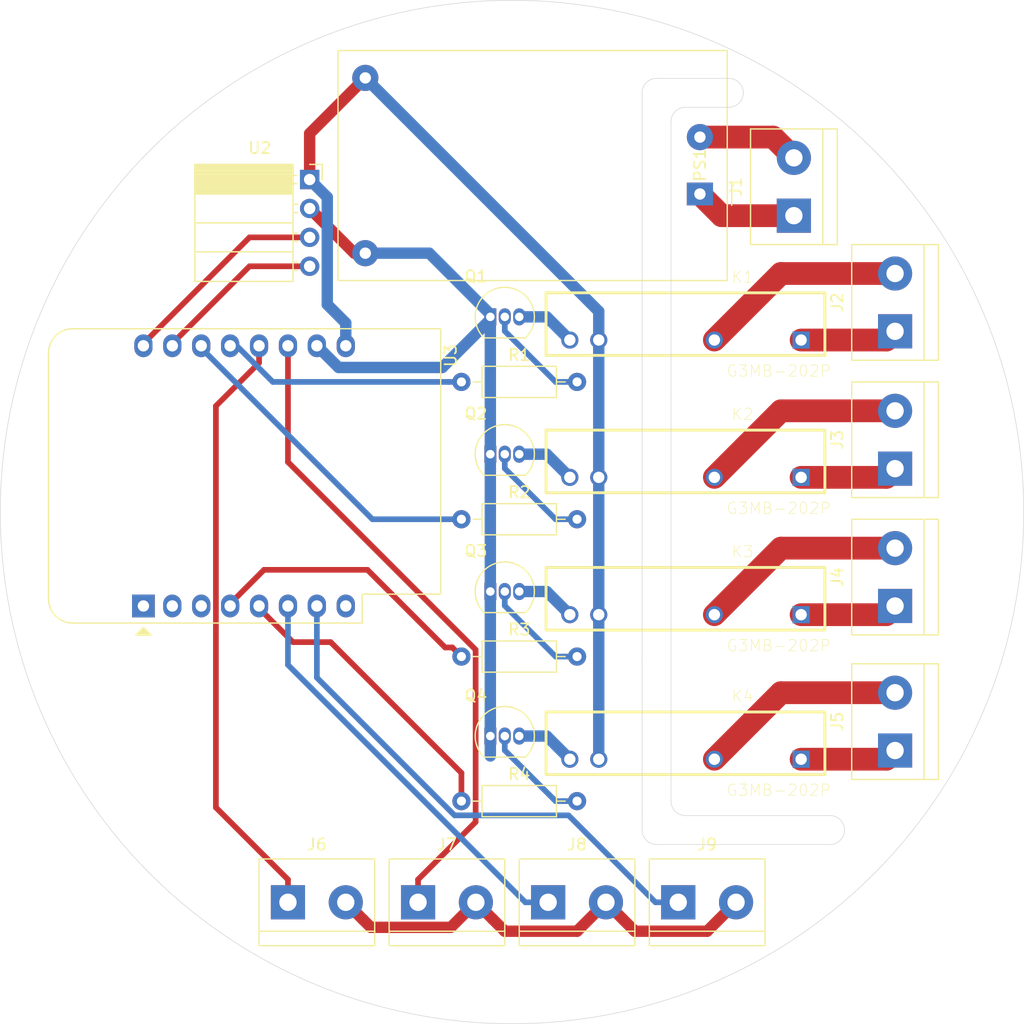
<source format=kicad_pcb>
(kicad_pcb (version 20171130) (host pcbnew "(5.1.4-0-10_14)")

  (general
    (thickness 1.6)
    (drawings 16)
    (tracks 129)
    (zones 0)
    (modules 24)
    (nets 31)
  )

  (page A4)
  (layers
    (0 F.Cu signal)
    (31 B.Cu signal)
    (32 B.Adhes user)
    (33 F.Adhes user)
    (34 B.Paste user)
    (35 F.Paste user)
    (36 B.SilkS user)
    (37 F.SilkS user)
    (38 B.Mask user)
    (39 F.Mask user)
    (40 Dwgs.User user)
    (41 Cmts.User user)
    (42 Eco1.User user)
    (43 Eco2.User user)
    (44 Edge.Cuts user)
    (45 Margin user)
    (46 B.CrtYd user)
    (47 F.CrtYd user)
    (48 B.Fab user)
    (49 F.Fab user)
  )

  (setup
    (last_trace_width 0.5)
    (trace_clearance 0.2)
    (zone_clearance 0.508)
    (zone_45_only no)
    (trace_min 0.2)
    (via_size 0.8)
    (via_drill 0.4)
    (via_min_size 0.4)
    (via_min_drill 0.3)
    (uvia_size 0.3)
    (uvia_drill 0.1)
    (uvias_allowed no)
    (uvia_min_size 0.2)
    (uvia_min_drill 0.1)
    (edge_width 0.05)
    (segment_width 0.2)
    (pcb_text_width 0.3)
    (pcb_text_size 1.5 1.5)
    (mod_edge_width 0.12)
    (mod_text_size 1 1)
    (mod_text_width 0.15)
    (pad_size 1.524 1.524)
    (pad_drill 0.762)
    (pad_to_mask_clearance 0.051)
    (solder_mask_min_width 0.25)
    (aux_axis_origin 0 0)
    (visible_elements FFFFFF7F)
    (pcbplotparams
      (layerselection 0x010fc_ffffffff)
      (usegerberextensions false)
      (usegerberattributes false)
      (usegerberadvancedattributes false)
      (creategerberjobfile false)
      (excludeedgelayer true)
      (linewidth 0.100000)
      (plotframeref false)
      (viasonmask false)
      (mode 1)
      (useauxorigin false)
      (hpglpennumber 1)
      (hpglpenspeed 20)
      (hpglpendiameter 15.000000)
      (psnegative false)
      (psa4output false)
      (plotreference true)
      (plotvalue true)
      (plotinvisibletext false)
      (padsonsilk false)
      (subtractmaskfromsilk false)
      (outputformat 1)
      (mirror false)
      (drillshape 1)
      (scaleselection 1)
      (outputdirectory ""))
  )

  (net 0 "")
  (net 1 "Net-(J1-Pad2)")
  (net 2 "Net-(J1-Pad1)")
  (net 3 "Net-(J2-Pad1)")
  (net 4 "Net-(J2-Pad2)")
  (net 5 "Net-(J3-Pad1)")
  (net 6 "Net-(J3-Pad2)")
  (net 7 "Net-(J4-Pad2)")
  (net 8 "Net-(J4-Pad1)")
  (net 9 "Net-(J5-Pad1)")
  (net 10 "Net-(J5-Pad2)")
  (net 11 "Net-(K1-Pad4)")
  (net 12 +5V)
  (net 13 "Net-(K2-Pad4)")
  (net 14 "Net-(K3-Pad4)")
  (net 15 "Net-(K4-Pad4)")
  (net 16 GND)
  (net 17 "Net-(Q1-Pad2)")
  (net 18 "Net-(Q2-Pad2)")
  (net 19 "Net-(Q3-Pad2)")
  (net 20 "Net-(Q4-Pad2)")
  (net 21 "Net-(R1-Pad1)")
  (net 22 "Net-(R2-Pad1)")
  (net 23 "Net-(R3-Pad1)")
  (net 24 "Net-(R4-Pad1)")
  (net 25 "Net-(U2-Pad3)")
  (net 26 "Net-(U2-Pad4)")
  (net 27 "Net-(J8-Pad1)")
  (net 28 "Net-(J9-Pad1)")
  (net 29 "Net-(J7-Pad1)")
  (net 30 "Net-(J6-Pad1)")

  (net_class Default "To jest domyślna klasa połączeń."
    (clearance 0.2)
    (trace_width 0.5)
    (via_dia 0.8)
    (via_drill 0.4)
    (uvia_dia 0.3)
    (uvia_drill 0.1)
    (add_net "Net-(J6-Pad1)")
    (add_net "Net-(J7-Pad1)")
    (add_net "Net-(J8-Pad1)")
    (add_net "Net-(J9-Pad1)")
    (add_net "Net-(Q1-Pad2)")
    (add_net "Net-(Q2-Pad2)")
    (add_net "Net-(Q3-Pad2)")
    (add_net "Net-(Q4-Pad2)")
    (add_net "Net-(R1-Pad1)")
    (add_net "Net-(R2-Pad1)")
    (add_net "Net-(R3-Pad1)")
    (add_net "Net-(R4-Pad1)")
    (add_net "Net-(U2-Pad3)")
    (add_net "Net-(U2-Pad4)")
  )

  (net_class AC ""
    (clearance 0.2)
    (trace_width 2)
    (via_dia 0.8)
    (via_drill 0.4)
    (uvia_dia 0.3)
    (uvia_drill 0.1)
    (add_net "Net-(J1-Pad1)")
    (add_net "Net-(J1-Pad2)")
    (add_net "Net-(J2-Pad1)")
    (add_net "Net-(J2-Pad2)")
    (add_net "Net-(J3-Pad1)")
    (add_net "Net-(J3-Pad2)")
    (add_net "Net-(J4-Pad1)")
    (add_net "Net-(J4-Pad2)")
    (add_net "Net-(J5-Pad1)")
    (add_net "Net-(J5-Pad2)")
  )

  (net_class Power ""
    (clearance 0.2)
    (trace_width 1)
    (via_dia 0.8)
    (via_drill 0.4)
    (uvia_dia 0.3)
    (uvia_drill 0.1)
    (add_net +5V)
    (add_net GND)
    (add_net "Net-(K1-Pad4)")
    (add_net "Net-(K2-Pad4)")
    (add_net "Net-(K3-Pad4)")
    (add_net "Net-(K4-Pad4)")
  )

  (module Module:WEMOS_D1_mini_light (layer F.Cu) (tedit 5BBFB1CE) (tstamp 5D7B0AC3)
    (at 104.775 102.235 90)
    (descr "16-pin module, column spacing 22.86 mm (900 mils), https://wiki.wemos.cc/products:d1:d1_mini, https://c1.staticflickr.com/1/734/31400410271_f278b087db_z.jpg")
    (tags "ESP8266 WiFi microcontroller")
    (path /5D7AB01F)
    (fp_text reference U3 (at 22 27 90) (layer F.SilkS)
      (effects (font (size 1 1) (thickness 0.15)))
    )
    (fp_text value WeMos_D1_mini (at 11.7 0 90) (layer F.Fab)
      (effects (font (size 1 1) (thickness 0.15)))
    )
    (fp_line (start 1.04 26.12) (end 24.36 26.12) (layer F.SilkS) (width 0.12))
    (fp_line (start -1.5 19.22) (end -1.5 -6.21) (layer F.SilkS) (width 0.12))
    (fp_line (start 24.36 26.12) (end 24.36 -6.21) (layer F.SilkS) (width 0.12))
    (fp_line (start 22.24 -8.34) (end 0.63 -8.34) (layer F.SilkS) (width 0.12))
    (fp_line (start 1.17 25.99) (end 24.23 25.99) (layer F.Fab) (width 0.1))
    (fp_line (start 24.23 25.99) (end 24.23 -6.21) (layer F.Fab) (width 0.1))
    (fp_line (start 22.23 -8.21) (end 0.63 -8.21) (layer F.Fab) (width 0.1))
    (fp_line (start -1.37 1) (end -1.37 19.09) (layer F.Fab) (width 0.1))
    (fp_text user %R (at 11.43 10 90) (layer F.Fab)
      (effects (font (size 1 1) (thickness 0.15)))
    )
    (fp_line (start -1.62 -8.46) (end 24.48 -8.46) (layer F.CrtYd) (width 0.05))
    (fp_line (start 24.48 -8.41) (end 24.48 26.24) (layer F.CrtYd) (width 0.05))
    (fp_line (start 24.48 26.24) (end -1.62 26.24) (layer F.CrtYd) (width 0.05))
    (fp_line (start -1.62 26.24) (end -1.62 -8.46) (layer F.CrtYd) (width 0.05))
    (fp_poly (pts (xy -2.54 -0.635) (xy -2.54 0.635) (xy -1.905 0)) (layer F.SilkS) (width 0.15))
    (fp_line (start -1.35 -1.4) (end 24.25 -1.4) (layer Dwgs.User) (width 0.1))
    (fp_line (start 24.25 -1.4) (end 24.25 -8.2) (layer Dwgs.User) (width 0.1))
    (fp_line (start 24.25 -8.2) (end -1.35 -8.2) (layer Dwgs.User) (width 0.1))
    (fp_line (start -1.35 -8.2) (end -1.35 -1.4) (layer Dwgs.User) (width 0.1))
    (fp_line (start -1.35 -1.4) (end 5.45 -8.2) (layer Dwgs.User) (width 0.1))
    (fp_line (start 0.65 -1.4) (end 7.45 -8.2) (layer Dwgs.User) (width 0.1))
    (fp_line (start 2.65 -1.4) (end 9.45 -8.2) (layer Dwgs.User) (width 0.1))
    (fp_line (start 4.65 -1.4) (end 11.45 -8.2) (layer Dwgs.User) (width 0.1))
    (fp_line (start 6.65 -1.4) (end 13.45 -8.2) (layer Dwgs.User) (width 0.1))
    (fp_line (start 8.65 -1.4) (end 15.45 -8.2) (layer Dwgs.User) (width 0.1))
    (fp_line (start 10.65 -1.4) (end 17.45 -8.2) (layer Dwgs.User) (width 0.1))
    (fp_line (start 12.65 -1.4) (end 19.45 -8.2) (layer Dwgs.User) (width 0.1))
    (fp_line (start 14.65 -1.4) (end 21.45 -8.2) (layer Dwgs.User) (width 0.1))
    (fp_line (start 16.65 -1.4) (end 23.45 -8.2) (layer Dwgs.User) (width 0.1))
    (fp_line (start 18.65 -1.4) (end 24.25 -7) (layer Dwgs.User) (width 0.1))
    (fp_line (start 20.65 -1.4) (end 24.25 -5) (layer Dwgs.User) (width 0.1))
    (fp_line (start 22.65 -1.4) (end 24.25 -3) (layer Dwgs.User) (width 0.1))
    (fp_line (start -1.35 -3.4) (end 3.45 -8.2) (layer Dwgs.User) (width 0.1))
    (fp_line (start -1.3 -5.45) (end 1.45 -8.2) (layer Dwgs.User) (width 0.1))
    (fp_line (start -1.35 -7.4) (end -0.55 -8.2) (layer Dwgs.User) (width 0.1))
    (fp_line (start -1.37 19.09) (end 1.17 19.09) (layer F.Fab) (width 0.1))
    (fp_line (start 1.17 19.09) (end 1.17 25.99) (layer F.Fab) (width 0.1))
    (fp_line (start -1.37 -6.21) (end -1.37 -1) (layer F.Fab) (width 0.1))
    (fp_line (start -1.37 1) (end -0.37 0) (layer F.Fab) (width 0.1))
    (fp_line (start -0.37 0) (end -1.37 -1) (layer F.Fab) (width 0.1))
    (fp_arc (start 0.63 -6.21) (end 0.63 -8.21) (angle -90) (layer F.Fab) (width 0.1))
    (fp_arc (start 22.23 -6.21) (end 24.23 -6.19) (angle -90) (layer F.Fab) (width 0.1))
    (fp_line (start -1.5 19.22) (end 1.04 19.22) (layer F.SilkS) (width 0.12))
    (fp_line (start 1.04 19.22) (end 1.04 26.12) (layer F.SilkS) (width 0.12))
    (fp_arc (start 0.63 -6.21) (end 0.63 -8.34) (angle -90) (layer F.SilkS) (width 0.12))
    (fp_arc (start 22.23 -6.21) (end 24.36 -6.21) (angle -90) (layer F.SilkS) (width 0.12))
    (fp_text user "KEEP OUT" (at 11.43 -6.35 90) (layer Cmts.User)
      (effects (font (size 1 1) (thickness 0.15)))
    )
    (fp_text user "No copper" (at 11.43 -3.81 90) (layer Cmts.User)
      (effects (font (size 1 1) (thickness 0.15)))
    )
    (pad 2 thru_hole oval (at 0 2.54 90) (size 2 1.6) (drill 1) (layers *.Cu *.Mask))
    (pad 1 thru_hole rect (at 0 0 90) (size 2 2) (drill 1) (layers *.Cu *.Mask))
    (pad 3 thru_hole oval (at 0 5.08 90) (size 2 1.6) (drill 1) (layers *.Cu *.Mask))
    (pad 4 thru_hole oval (at 0 7.62 90) (size 2 1.6) (drill 1) (layers *.Cu *.Mask)
      (net 23 "Net-(R3-Pad1)"))
    (pad 5 thru_hole oval (at 0 10.16 90) (size 2 1.6) (drill 1) (layers *.Cu *.Mask)
      (net 24 "Net-(R4-Pad1)"))
    (pad 6 thru_hole oval (at 0 12.7 90) (size 2 1.6) (drill 1) (layers *.Cu *.Mask)
      (net 27 "Net-(J8-Pad1)"))
    (pad 7 thru_hole oval (at 0 15.24 90) (size 2 1.6) (drill 1) (layers *.Cu *.Mask)
      (net 28 "Net-(J9-Pad1)"))
    (pad 8 thru_hole oval (at 0 17.78 90) (size 2 1.6) (drill 1) (layers *.Cu *.Mask))
    (pad 9 thru_hole oval (at 22.86 17.78 90) (size 2 1.6) (drill 1) (layers *.Cu *.Mask)
      (net 12 +5V))
    (pad 10 thru_hole oval (at 22.86 15.24 90) (size 2 1.6) (drill 1) (layers *.Cu *.Mask)
      (net 16 GND))
    (pad 11 thru_hole oval (at 22.86 12.7 90) (size 2 1.6) (drill 1) (layers *.Cu *.Mask)
      (net 29 "Net-(J7-Pad1)"))
    (pad 12 thru_hole oval (at 22.86 10.16 90) (size 2 1.6) (drill 1) (layers *.Cu *.Mask)
      (net 30 "Net-(J6-Pad1)"))
    (pad 13 thru_hole oval (at 22.86 7.62 90) (size 2 1.6) (drill 1) (layers *.Cu *.Mask)
      (net 21 "Net-(R1-Pad1)"))
    (pad 14 thru_hole oval (at 22.86 5.08 90) (size 2 1.6) (drill 1) (layers *.Cu *.Mask)
      (net 22 "Net-(R2-Pad1)"))
    (pad 15 thru_hole oval (at 22.86 2.54 90) (size 2 1.6) (drill 1) (layers *.Cu *.Mask)
      (net 26 "Net-(U2-Pad4)"))
    (pad 16 thru_hole oval (at 22.86 0 90) (size 2 1.6) (drill 1) (layers *.Cu *.Mask)
      (net 25 "Net-(U2-Pad3)"))
    (model ${KISYS3DMOD}/Module.3dshapes/WEMOS_D1_mini_light.wrl
      (at (xyz 0 0 0))
      (scale (xyz 1 1 1))
      (rotate (xyz 0 0 0))
    )
    (model ${KISYS3DMOD}/Connector_PinHeader_2.54mm.3dshapes/PinHeader_1x08_P2.54mm_Vertical.wrl
      (offset (xyz 0 0 9.5))
      (scale (xyz 1 1 1))
      (rotate (xyz 0 -180 0))
    )
    (model ${KISYS3DMOD}/Connector_PinHeader_2.54mm.3dshapes/PinHeader_1x08_P2.54mm_Vertical.wrl
      (offset (xyz 22.86 0 9.5))
      (scale (xyz 1 1 1))
      (rotate (xyz 0 -180 0))
    )
    (model ${KISYS3DMOD}/Connector_PinSocket_2.54mm.3dshapes/PinSocket_1x08_P2.54mm_Vertical.wrl
      (at (xyz 0 0 0))
      (scale (xyz 1 1 1))
      (rotate (xyz 0 0 0))
    )
    (model ${KISYS3DMOD}/Connector_PinSocket_2.54mm.3dshapes/PinSocket_1x08_P2.54mm_Vertical.wrl
      (offset (xyz 22.86 0 0))
      (scale (xyz 1 1 1))
      (rotate (xyz 0 0 0))
    )
  )

  (module TerminalBlock:TerminalBlock_bornier-2_P5.08mm (layer F.Cu) (tedit 59FF03AB) (tstamp 5D7B08B3)
    (at 161.925 67.945 90)
    (descr "simple 2-pin terminal block, pitch 5.08mm, revamped version of bornier2")
    (tags "terminal block bornier2")
    (path /5D79BB9B)
    (fp_text reference J1 (at 2.54 -5.08 90) (layer F.SilkS)
      (effects (font (size 1 1) (thickness 0.15)))
    )
    (fp_text value Screw_Terminal_01x02 (at 2.54 5.08 90) (layer F.Fab)
      (effects (font (size 1 1) (thickness 0.15)))
    )
    (fp_line (start 7.79 4) (end -2.71 4) (layer F.CrtYd) (width 0.05))
    (fp_line (start 7.79 4) (end 7.79 -4) (layer F.CrtYd) (width 0.05))
    (fp_line (start -2.71 -4) (end -2.71 4) (layer F.CrtYd) (width 0.05))
    (fp_line (start -2.71 -4) (end 7.79 -4) (layer F.CrtYd) (width 0.05))
    (fp_line (start -2.54 3.81) (end 7.62 3.81) (layer F.SilkS) (width 0.12))
    (fp_line (start -2.54 -3.81) (end -2.54 3.81) (layer F.SilkS) (width 0.12))
    (fp_line (start 7.62 -3.81) (end -2.54 -3.81) (layer F.SilkS) (width 0.12))
    (fp_line (start 7.62 3.81) (end 7.62 -3.81) (layer F.SilkS) (width 0.12))
    (fp_line (start 7.62 2.54) (end -2.54 2.54) (layer F.SilkS) (width 0.12))
    (fp_line (start 7.54 -3.75) (end -2.46 -3.75) (layer F.Fab) (width 0.1))
    (fp_line (start 7.54 3.75) (end 7.54 -3.75) (layer F.Fab) (width 0.1))
    (fp_line (start -2.46 3.75) (end 7.54 3.75) (layer F.Fab) (width 0.1))
    (fp_line (start -2.46 -3.75) (end -2.46 3.75) (layer F.Fab) (width 0.1))
    (fp_line (start -2.41 2.55) (end 7.49 2.55) (layer F.Fab) (width 0.1))
    (fp_text user %R (at 2.54 0 90) (layer F.Fab)
      (effects (font (size 1 1) (thickness 0.15)))
    )
    (pad 2 thru_hole circle (at 5.08 0 90) (size 3 3) (drill 1.52) (layers *.Cu *.Mask)
      (net 1 "Net-(J1-Pad2)"))
    (pad 1 thru_hole rect (at 0 0 90) (size 3 3) (drill 1.52) (layers *.Cu *.Mask)
      (net 2 "Net-(J1-Pad1)"))
    (model ${KISYS3DMOD}/TerminalBlock.3dshapes/TerminalBlock_bornier-2_P5.08mm.wrl
      (offset (xyz 2.539999961853027 0 0))
      (scale (xyz 1 1 1))
      (rotate (xyz 0 0 0))
    )
  )

  (module TerminalBlock:TerminalBlock_bornier-2_P5.08mm (layer F.Cu) (tedit 59FF03AB) (tstamp 5D7B08C8)
    (at 170.815 78.105 90)
    (descr "simple 2-pin terminal block, pitch 5.08mm, revamped version of bornier2")
    (tags "terminal block bornier2")
    (path /5D7800CD)
    (fp_text reference J2 (at 2.54 -5.08 90) (layer F.SilkS)
      (effects (font (size 1 1) (thickness 0.15)))
    )
    (fp_text value Screw_Terminal_01x02 (at 2.54 5.08 90) (layer F.Fab)
      (effects (font (size 1 1) (thickness 0.15)))
    )
    (fp_text user %R (at 2.54 0 90) (layer F.Fab)
      (effects (font (size 1 1) (thickness 0.15)))
    )
    (fp_line (start -2.41 2.55) (end 7.49 2.55) (layer F.Fab) (width 0.1))
    (fp_line (start -2.46 -3.75) (end -2.46 3.75) (layer F.Fab) (width 0.1))
    (fp_line (start -2.46 3.75) (end 7.54 3.75) (layer F.Fab) (width 0.1))
    (fp_line (start 7.54 3.75) (end 7.54 -3.75) (layer F.Fab) (width 0.1))
    (fp_line (start 7.54 -3.75) (end -2.46 -3.75) (layer F.Fab) (width 0.1))
    (fp_line (start 7.62 2.54) (end -2.54 2.54) (layer F.SilkS) (width 0.12))
    (fp_line (start 7.62 3.81) (end 7.62 -3.81) (layer F.SilkS) (width 0.12))
    (fp_line (start 7.62 -3.81) (end -2.54 -3.81) (layer F.SilkS) (width 0.12))
    (fp_line (start -2.54 -3.81) (end -2.54 3.81) (layer F.SilkS) (width 0.12))
    (fp_line (start -2.54 3.81) (end 7.62 3.81) (layer F.SilkS) (width 0.12))
    (fp_line (start -2.71 -4) (end 7.79 -4) (layer F.CrtYd) (width 0.05))
    (fp_line (start -2.71 -4) (end -2.71 4) (layer F.CrtYd) (width 0.05))
    (fp_line (start 7.79 4) (end 7.79 -4) (layer F.CrtYd) (width 0.05))
    (fp_line (start 7.79 4) (end -2.71 4) (layer F.CrtYd) (width 0.05))
    (pad 1 thru_hole rect (at 0 0 90) (size 3 3) (drill 1.52) (layers *.Cu *.Mask)
      (net 3 "Net-(J2-Pad1)"))
    (pad 2 thru_hole circle (at 5.08 0 90) (size 3 3) (drill 1.52) (layers *.Cu *.Mask)
      (net 4 "Net-(J2-Pad2)"))
    (model ${KISYS3DMOD}/TerminalBlock.3dshapes/TerminalBlock_bornier-2_P5.08mm.wrl
      (offset (xyz 2.539999961853027 0 0))
      (scale (xyz 1 1 1))
      (rotate (xyz 0 0 0))
    )
  )

  (module TerminalBlock:TerminalBlock_bornier-2_P5.08mm (layer F.Cu) (tedit 59FF03AB) (tstamp 5D7B08DD)
    (at 170.815 90.17 90)
    (descr "simple 2-pin terminal block, pitch 5.08mm, revamped version of bornier2")
    (tags "terminal block bornier2")
    (path /5D7B777B)
    (fp_text reference J3 (at 2.54 -5.08 90) (layer F.SilkS)
      (effects (font (size 1 1) (thickness 0.15)))
    )
    (fp_text value Screw_Terminal_01x02 (at 2.54 5.08 90) (layer F.Fab)
      (effects (font (size 1 1) (thickness 0.15)))
    )
    (fp_text user %R (at 2.54 0 90) (layer F.Fab)
      (effects (font (size 1 1) (thickness 0.15)))
    )
    (fp_line (start -2.41 2.55) (end 7.49 2.55) (layer F.Fab) (width 0.1))
    (fp_line (start -2.46 -3.75) (end -2.46 3.75) (layer F.Fab) (width 0.1))
    (fp_line (start -2.46 3.75) (end 7.54 3.75) (layer F.Fab) (width 0.1))
    (fp_line (start 7.54 3.75) (end 7.54 -3.75) (layer F.Fab) (width 0.1))
    (fp_line (start 7.54 -3.75) (end -2.46 -3.75) (layer F.Fab) (width 0.1))
    (fp_line (start 7.62 2.54) (end -2.54 2.54) (layer F.SilkS) (width 0.12))
    (fp_line (start 7.62 3.81) (end 7.62 -3.81) (layer F.SilkS) (width 0.12))
    (fp_line (start 7.62 -3.81) (end -2.54 -3.81) (layer F.SilkS) (width 0.12))
    (fp_line (start -2.54 -3.81) (end -2.54 3.81) (layer F.SilkS) (width 0.12))
    (fp_line (start -2.54 3.81) (end 7.62 3.81) (layer F.SilkS) (width 0.12))
    (fp_line (start -2.71 -4) (end 7.79 -4) (layer F.CrtYd) (width 0.05))
    (fp_line (start -2.71 -4) (end -2.71 4) (layer F.CrtYd) (width 0.05))
    (fp_line (start 7.79 4) (end 7.79 -4) (layer F.CrtYd) (width 0.05))
    (fp_line (start 7.79 4) (end -2.71 4) (layer F.CrtYd) (width 0.05))
    (pad 1 thru_hole rect (at 0 0 90) (size 3 3) (drill 1.52) (layers *.Cu *.Mask)
      (net 5 "Net-(J3-Pad1)"))
    (pad 2 thru_hole circle (at 5.08 0 90) (size 3 3) (drill 1.52) (layers *.Cu *.Mask)
      (net 6 "Net-(J3-Pad2)"))
    (model ${KISYS3DMOD}/TerminalBlock.3dshapes/TerminalBlock_bornier-2_P5.08mm.wrl
      (offset (xyz 2.539999961853027 0 0))
      (scale (xyz 1 1 1))
      (rotate (xyz 0 0 0))
    )
  )

  (module TerminalBlock:TerminalBlock_bornier-2_P5.08mm (layer F.Cu) (tedit 59FF03AB) (tstamp 5D7B08F2)
    (at 170.815 102.235 90)
    (descr "simple 2-pin terminal block, pitch 5.08mm, revamped version of bornier2")
    (tags "terminal block bornier2")
    (path /5D7BC122)
    (fp_text reference J4 (at 2.54 -5.08 90) (layer F.SilkS)
      (effects (font (size 1 1) (thickness 0.15)))
    )
    (fp_text value Screw_Terminal_01x02 (at 2.54 5.08 90) (layer F.Fab)
      (effects (font (size 1 1) (thickness 0.15)))
    )
    (fp_line (start 7.79 4) (end -2.71 4) (layer F.CrtYd) (width 0.05))
    (fp_line (start 7.79 4) (end 7.79 -4) (layer F.CrtYd) (width 0.05))
    (fp_line (start -2.71 -4) (end -2.71 4) (layer F.CrtYd) (width 0.05))
    (fp_line (start -2.71 -4) (end 7.79 -4) (layer F.CrtYd) (width 0.05))
    (fp_line (start -2.54 3.81) (end 7.62 3.81) (layer F.SilkS) (width 0.12))
    (fp_line (start -2.54 -3.81) (end -2.54 3.81) (layer F.SilkS) (width 0.12))
    (fp_line (start 7.62 -3.81) (end -2.54 -3.81) (layer F.SilkS) (width 0.12))
    (fp_line (start 7.62 3.81) (end 7.62 -3.81) (layer F.SilkS) (width 0.12))
    (fp_line (start 7.62 2.54) (end -2.54 2.54) (layer F.SilkS) (width 0.12))
    (fp_line (start 7.54 -3.75) (end -2.46 -3.75) (layer F.Fab) (width 0.1))
    (fp_line (start 7.54 3.75) (end 7.54 -3.75) (layer F.Fab) (width 0.1))
    (fp_line (start -2.46 3.75) (end 7.54 3.75) (layer F.Fab) (width 0.1))
    (fp_line (start -2.46 -3.75) (end -2.46 3.75) (layer F.Fab) (width 0.1))
    (fp_line (start -2.41 2.55) (end 7.49 2.55) (layer F.Fab) (width 0.1))
    (fp_text user %R (at 2.54 0 90) (layer F.Fab)
      (effects (font (size 1 1) (thickness 0.15)))
    )
    (pad 2 thru_hole circle (at 5.08 0 90) (size 3 3) (drill 1.52) (layers *.Cu *.Mask)
      (net 7 "Net-(J4-Pad2)"))
    (pad 1 thru_hole rect (at 0 0 90) (size 3 3) (drill 1.52) (layers *.Cu *.Mask)
      (net 8 "Net-(J4-Pad1)"))
    (model ${KISYS3DMOD}/TerminalBlock.3dshapes/TerminalBlock_bornier-2_P5.08mm.wrl
      (offset (xyz 2.539999961853027 0 0))
      (scale (xyz 1 1 1))
      (rotate (xyz 0 0 0))
    )
  )

  (module TerminalBlock:TerminalBlock_bornier-2_P5.08mm (layer F.Cu) (tedit 59FF03AB) (tstamp 5D7B0907)
    (at 170.815 114.935 90)
    (descr "simple 2-pin terminal block, pitch 5.08mm, revamped version of bornier2")
    (tags "terminal block bornier2")
    (path /5D7BF449)
    (fp_text reference J5 (at 2.54 -5.08 90) (layer F.SilkS)
      (effects (font (size 1 1) (thickness 0.15)))
    )
    (fp_text value Screw_Terminal_01x02 (at 2.54 5.08 90) (layer F.Fab)
      (effects (font (size 1 1) (thickness 0.15)))
    )
    (fp_text user %R (at 2.54 0 90) (layer F.Fab)
      (effects (font (size 1 1) (thickness 0.15)))
    )
    (fp_line (start -2.41 2.55) (end 7.49 2.55) (layer F.Fab) (width 0.1))
    (fp_line (start -2.46 -3.75) (end -2.46 3.75) (layer F.Fab) (width 0.1))
    (fp_line (start -2.46 3.75) (end 7.54 3.75) (layer F.Fab) (width 0.1))
    (fp_line (start 7.54 3.75) (end 7.54 -3.75) (layer F.Fab) (width 0.1))
    (fp_line (start 7.54 -3.75) (end -2.46 -3.75) (layer F.Fab) (width 0.1))
    (fp_line (start 7.62 2.54) (end -2.54 2.54) (layer F.SilkS) (width 0.12))
    (fp_line (start 7.62 3.81) (end 7.62 -3.81) (layer F.SilkS) (width 0.12))
    (fp_line (start 7.62 -3.81) (end -2.54 -3.81) (layer F.SilkS) (width 0.12))
    (fp_line (start -2.54 -3.81) (end -2.54 3.81) (layer F.SilkS) (width 0.12))
    (fp_line (start -2.54 3.81) (end 7.62 3.81) (layer F.SilkS) (width 0.12))
    (fp_line (start -2.71 -4) (end 7.79 -4) (layer F.CrtYd) (width 0.05))
    (fp_line (start -2.71 -4) (end -2.71 4) (layer F.CrtYd) (width 0.05))
    (fp_line (start 7.79 4) (end 7.79 -4) (layer F.CrtYd) (width 0.05))
    (fp_line (start 7.79 4) (end -2.71 4) (layer F.CrtYd) (width 0.05))
    (pad 1 thru_hole rect (at 0 0 90) (size 3 3) (drill 1.52) (layers *.Cu *.Mask)
      (net 9 "Net-(J5-Pad1)"))
    (pad 2 thru_hole circle (at 5.08 0 90) (size 3 3) (drill 1.52) (layers *.Cu *.Mask)
      (net 10 "Net-(J5-Pad2)"))
    (model ${KISYS3DMOD}/TerminalBlock.3dshapes/TerminalBlock_bornier-2_P5.08mm.wrl
      (offset (xyz 2.539999961853027 0 0))
      (scale (xyz 1 1 1))
      (rotate (xyz 0 0 0))
    )
  )

  (module G3MB-202P:RELAY_G3MB-202P (layer F.Cu) (tedit 0) (tstamp 5D7B0917)
    (at 152.4 77.47)
    (path /5D788A46)
    (fp_text reference K1 (at 5.0208 -4.13873) (layer F.SilkS)
      (effects (font (size 1.00091 1.00091) (thickness 0.05)))
    )
    (fp_text value G3MB-202P (at 8.1983 4.11786) (layer F.SilkS)
      (effects (font (size 1.00069 1.00069) (thickness 0.05)))
    )
    (fp_line (start -12.25 2.75) (end 12.25 2.75) (layer F.SilkS) (width 0.254))
    (fp_line (start 12.25 2.75) (end 12.25 -2.75) (layer F.SilkS) (width 0.254))
    (fp_line (start 12.25 -2.75) (end -12.25 -2.75) (layer F.SilkS) (width 0.254))
    (fp_line (start -12.25 -2.75) (end -12.25 2.75) (layer F.SilkS) (width 0.254))
    (fp_line (start -12.75 -3.25) (end 12.75 -3.25) (layer Eco1.User) (width 0.127))
    (fp_line (start 12.75 -3.25) (end 12.75 3.25) (layer Eco1.User) (width 0.127))
    (fp_line (start 12.75 3.25) (end -12.75 3.25) (layer Eco1.User) (width 0.127))
    (fp_line (start -12.75 3.25) (end -12.75 -3.25) (layer Eco1.User) (width 0.127))
    (pad 4 thru_hole circle (at -10.16 1.4) (size 1.508 1.508) (drill 1) (layers *.Cu *.Mask)
      (net 11 "Net-(K1-Pad4)"))
    (pad 3 thru_hole circle (at -7.62 1.4) (size 1.508 1.508) (drill 1) (layers *.Cu *.Mask)
      (net 12 +5V))
    (pad 2 thru_hole circle (at 2.54 1.4) (size 1.508 1.508) (drill 1) (layers *.Cu *.Mask)
      (net 4 "Net-(J2-Pad2)"))
    (pad 1 thru_hole rect (at 10.16 1.4) (size 1.508 1.508) (drill 1) (layers *.Cu *.Mask)
      (net 3 "Net-(J2-Pad1)"))
  )

  (module G3MB-202P:RELAY_G3MB-202P (layer F.Cu) (tedit 0) (tstamp 5D7B0927)
    (at 152.4 89.535)
    (path /5D7B7769)
    (fp_text reference K2 (at 5.0208 -4.13873) (layer F.SilkS)
      (effects (font (size 1.00091 1.00091) (thickness 0.05)))
    )
    (fp_text value G3MB-202P (at 8.1983 4.11786) (layer F.SilkS)
      (effects (font (size 1.00069 1.00069) (thickness 0.05)))
    )
    (fp_line (start -12.75 3.25) (end -12.75 -3.25) (layer Eco1.User) (width 0.127))
    (fp_line (start 12.75 3.25) (end -12.75 3.25) (layer Eco1.User) (width 0.127))
    (fp_line (start 12.75 -3.25) (end 12.75 3.25) (layer Eco1.User) (width 0.127))
    (fp_line (start -12.75 -3.25) (end 12.75 -3.25) (layer Eco1.User) (width 0.127))
    (fp_line (start -12.25 -2.75) (end -12.25 2.75) (layer F.SilkS) (width 0.254))
    (fp_line (start 12.25 -2.75) (end -12.25 -2.75) (layer F.SilkS) (width 0.254))
    (fp_line (start 12.25 2.75) (end 12.25 -2.75) (layer F.SilkS) (width 0.254))
    (fp_line (start -12.25 2.75) (end 12.25 2.75) (layer F.SilkS) (width 0.254))
    (pad 1 thru_hole rect (at 10.16 1.4) (size 1.508 1.508) (drill 1) (layers *.Cu *.Mask)
      (net 5 "Net-(J3-Pad1)"))
    (pad 2 thru_hole circle (at 2.54 1.4) (size 1.508 1.508) (drill 1) (layers *.Cu *.Mask)
      (net 6 "Net-(J3-Pad2)"))
    (pad 3 thru_hole circle (at -7.62 1.4) (size 1.508 1.508) (drill 1) (layers *.Cu *.Mask)
      (net 12 +5V))
    (pad 4 thru_hole circle (at -10.16 1.4) (size 1.508 1.508) (drill 1) (layers *.Cu *.Mask)
      (net 13 "Net-(K2-Pad4)"))
  )

  (module G3MB-202P:RELAY_G3MB-202P (layer F.Cu) (tedit 0) (tstamp 5D7B0937)
    (at 152.4 101.6)
    (path /5D7BC110)
    (fp_text reference K3 (at 5.0208 -4.13873) (layer F.SilkS)
      (effects (font (size 1.00091 1.00091) (thickness 0.05)))
    )
    (fp_text value G3MB-202P (at 8.1983 4.11786) (layer F.SilkS)
      (effects (font (size 1.00069 1.00069) (thickness 0.05)))
    )
    (fp_line (start -12.25 2.75) (end 12.25 2.75) (layer F.SilkS) (width 0.254))
    (fp_line (start 12.25 2.75) (end 12.25 -2.75) (layer F.SilkS) (width 0.254))
    (fp_line (start 12.25 -2.75) (end -12.25 -2.75) (layer F.SilkS) (width 0.254))
    (fp_line (start -12.25 -2.75) (end -12.25 2.75) (layer F.SilkS) (width 0.254))
    (fp_line (start -12.75 -3.25) (end 12.75 -3.25) (layer Eco1.User) (width 0.127))
    (fp_line (start 12.75 -3.25) (end 12.75 3.25) (layer Eco1.User) (width 0.127))
    (fp_line (start 12.75 3.25) (end -12.75 3.25) (layer Eco1.User) (width 0.127))
    (fp_line (start -12.75 3.25) (end -12.75 -3.25) (layer Eco1.User) (width 0.127))
    (pad 4 thru_hole circle (at -10.16 1.4) (size 1.508 1.508) (drill 1) (layers *.Cu *.Mask)
      (net 14 "Net-(K3-Pad4)"))
    (pad 3 thru_hole circle (at -7.62 1.4) (size 1.508 1.508) (drill 1) (layers *.Cu *.Mask)
      (net 12 +5V))
    (pad 2 thru_hole circle (at 2.54 1.4) (size 1.508 1.508) (drill 1) (layers *.Cu *.Mask)
      (net 7 "Net-(J4-Pad2)"))
    (pad 1 thru_hole rect (at 10.16 1.4) (size 1.508 1.508) (drill 1) (layers *.Cu *.Mask)
      (net 8 "Net-(J4-Pad1)"))
  )

  (module G3MB-202P:RELAY_G3MB-202P (layer F.Cu) (tedit 0) (tstamp 5D7B0947)
    (at 152.4 114.3)
    (path /5D7BF437)
    (fp_text reference K4 (at 5.0208 -4.13873) (layer F.SilkS)
      (effects (font (size 1.00091 1.00091) (thickness 0.05)))
    )
    (fp_text value G3MB-202P (at 8.1983 4.11786) (layer F.SilkS)
      (effects (font (size 1.00069 1.00069) (thickness 0.05)))
    )
    (fp_line (start -12.75 3.25) (end -12.75 -3.25) (layer Eco1.User) (width 0.127))
    (fp_line (start 12.75 3.25) (end -12.75 3.25) (layer Eco1.User) (width 0.127))
    (fp_line (start 12.75 -3.25) (end 12.75 3.25) (layer Eco1.User) (width 0.127))
    (fp_line (start -12.75 -3.25) (end 12.75 -3.25) (layer Eco1.User) (width 0.127))
    (fp_line (start -12.25 -2.75) (end -12.25 2.75) (layer F.SilkS) (width 0.254))
    (fp_line (start 12.25 -2.75) (end -12.25 -2.75) (layer F.SilkS) (width 0.254))
    (fp_line (start 12.25 2.75) (end 12.25 -2.75) (layer F.SilkS) (width 0.254))
    (fp_line (start -12.25 2.75) (end 12.25 2.75) (layer F.SilkS) (width 0.254))
    (pad 1 thru_hole rect (at 10.16 1.4) (size 1.508 1.508) (drill 1) (layers *.Cu *.Mask)
      (net 9 "Net-(J5-Pad1)"))
    (pad 2 thru_hole circle (at 2.54 1.4) (size 1.508 1.508) (drill 1) (layers *.Cu *.Mask)
      (net 10 "Net-(J5-Pad2)"))
    (pad 3 thru_hole circle (at -7.62 1.4) (size 1.508 1.508) (drill 1) (layers *.Cu *.Mask)
      (net 12 +5V))
    (pad 4 thru_hole circle (at -10.16 1.4) (size 1.508 1.508) (drill 1) (layers *.Cu *.Mask)
      (net 15 "Net-(K4-Pad4)"))
  )

  (module Converter_ACDC:Converter_ACDC_HiLink_HLK-PMxx (layer F.Cu) (tedit 5C1AC1CD) (tstamp 5D7B0960)
    (at 153.67 66.04 180)
    (descr "ACDC-Converter, 3W, HiLink, HLK-PMxx, THT, http://www.hlktech.net/product_detail.php?ProId=54")
    (tags "ACDC-Converter 3W THT HiLink board mount module")
    (path /5D799008)
    (fp_text reference PS1 (at 0 2.54 90) (layer F.SilkS)
      (effects (font (size 1 1) (thickness 0.15)))
    )
    (fp_text value HLK-PM01 (at 15.79 13.85) (layer F.Fab)
      (effects (font (size 1 1) (thickness 0.15)))
    )
    (fp_line (start -2.3 12.5) (end 31.7 12.5) (layer F.Fab) (width 0.1))
    (fp_line (start 31.7 12.5) (end 31.7 -7.5) (layer F.Fab) (width 0.1))
    (fp_line (start -2.3 12.5) (end -2.3 0.99) (layer F.Fab) (width 0.1))
    (fp_line (start -2.3 -7.5) (end 31.7 -7.5) (layer F.Fab) (width 0.1))
    (fp_text user %R (at 14.68 1.17) (layer F.Fab)
      (effects (font (size 1 1) (thickness 0.15)))
    )
    (fp_line (start -1.29 0) (end -2.29 1) (layer F.Fab) (width 0.1))
    (fp_line (start -2.29 -1) (end -1.29 0) (layer F.Fab) (width 0.1))
    (fp_line (start -2.3 -1) (end -2.3 -7.5) (layer F.Fab) (width 0.1))
    (fp_line (start -2.55 12.75) (end 31.95 12.75) (layer F.CrtYd) (width 0.05))
    (fp_line (start 31.95 12.75) (end 31.95 -7.75) (layer F.CrtYd) (width 0.05))
    (fp_line (start 31.95 -7.75) (end -2.55 -7.75) (layer F.CrtYd) (width 0.05))
    (fp_line (start -2.55 -7.75) (end -2.55 12.75) (layer F.CrtYd) (width 0.05))
    (fp_line (start -2.4 -7.6) (end -2.4 12.6) (layer F.SilkS) (width 0.12))
    (fp_line (start -2.4 12.6) (end 31.8 12.6) (layer F.SilkS) (width 0.12))
    (fp_line (start 31.8 12.6) (end 31.8 -7.6) (layer F.SilkS) (width 0.12))
    (fp_line (start 31.8 -7.6) (end -2.4 -7.6) (layer F.SilkS) (width 0.12))
    (fp_line (start -2.79 -1) (end -2.79 1.01) (layer F.SilkS) (width 0.12))
    (pad 3 thru_hole circle (at 29.4 -5.2 180) (size 2.3 2.3) (drill 1) (layers *.Cu *.Mask)
      (net 16 GND))
    (pad 1 thru_hole rect (at 0 0 180) (size 2.3 2) (drill 1) (layers *.Cu *.Mask)
      (net 2 "Net-(J1-Pad1)"))
    (pad 2 thru_hole circle (at 0 5 180) (size 2.3 2.3) (drill 1) (layers *.Cu *.Mask)
      (net 1 "Net-(J1-Pad2)"))
    (pad 4 thru_hole circle (at 29.4 10.2 180) (size 2.3 2.3) (drill 1) (layers *.Cu *.Mask)
      (net 12 +5V))
    (model ${KISYS3DMOD}/Converter_ACDC.3dshapes/Converter_ACDC_HiLink_HLK-PMxx.wrl
      (at (xyz 0 0 0))
      (scale (xyz 1 1 1))
      (rotate (xyz 0 0 0))
    )
  )

  (module Package_TO_SOT_THT:TO-92_Inline (layer F.Cu) (tedit 5A1DD157) (tstamp 5D7B0972)
    (at 135.255 76.835)
    (descr "TO-92 leads in-line, narrow, oval pads, drill 0.75mm (see NXP sot054_po.pdf)")
    (tags "to-92 sc-43 sc-43a sot54 PA33 transistor")
    (path /5D77B6AC)
    (fp_text reference Q1 (at -1.27 -3.56) (layer F.SilkS)
      (effects (font (size 1 1) (thickness 0.15)))
    )
    (fp_text value BC547 (at 1.27 2.79) (layer F.Fab)
      (effects (font (size 1 1) (thickness 0.15)))
    )
    (fp_text user %R (at 1.27 -3.56) (layer F.Fab)
      (effects (font (size 1 1) (thickness 0.15)))
    )
    (fp_line (start -0.53 1.85) (end 3.07 1.85) (layer F.SilkS) (width 0.12))
    (fp_line (start -0.5 1.75) (end 3 1.75) (layer F.Fab) (width 0.1))
    (fp_line (start -1.46 -2.73) (end 4 -2.73) (layer F.CrtYd) (width 0.05))
    (fp_line (start -1.46 -2.73) (end -1.46 2.01) (layer F.CrtYd) (width 0.05))
    (fp_line (start 4 2.01) (end 4 -2.73) (layer F.CrtYd) (width 0.05))
    (fp_line (start 4 2.01) (end -1.46 2.01) (layer F.CrtYd) (width 0.05))
    (fp_arc (start 1.27 0) (end 1.27 -2.48) (angle 135) (layer F.Fab) (width 0.1))
    (fp_arc (start 1.27 0) (end 1.27 -2.6) (angle -135) (layer F.SilkS) (width 0.12))
    (fp_arc (start 1.27 0) (end 1.27 -2.48) (angle -135) (layer F.Fab) (width 0.1))
    (fp_arc (start 1.27 0) (end 1.27 -2.6) (angle 135) (layer F.SilkS) (width 0.12))
    (pad 2 thru_hole oval (at 1.27 0) (size 1.05 1.5) (drill 0.75) (layers *.Cu *.Mask)
      (net 17 "Net-(Q1-Pad2)"))
    (pad 3 thru_hole oval (at 2.54 0) (size 1.05 1.5) (drill 0.75) (layers *.Cu *.Mask)
      (net 11 "Net-(K1-Pad4)"))
    (pad 1 thru_hole rect (at 0 0) (size 1.05 1.5) (drill 0.75) (layers *.Cu *.Mask)
      (net 16 GND))
    (model ${KISYS3DMOD}/Package_TO_SOT_THT.3dshapes/TO-92_Inline.wrl
      (at (xyz 0 0 0))
      (scale (xyz 1 1 1))
      (rotate (xyz 0 0 0))
    )
  )

  (module Package_TO_SOT_THT:TO-92_Inline (layer F.Cu) (tedit 5A1DD157) (tstamp 5D7B0984)
    (at 135.255 88.9)
    (descr "TO-92 leads in-line, narrow, oval pads, drill 0.75mm (see NXP sot054_po.pdf)")
    (tags "to-92 sc-43 sc-43a sot54 PA33 transistor")
    (path /5D7B775F)
    (fp_text reference Q2 (at -1.27 -3.56) (layer F.SilkS)
      (effects (font (size 1 1) (thickness 0.15)))
    )
    (fp_text value BC547 (at 1.27 2.79) (layer F.Fab)
      (effects (font (size 1 1) (thickness 0.15)))
    )
    (fp_arc (start 1.27 0) (end 1.27 -2.6) (angle 135) (layer F.SilkS) (width 0.12))
    (fp_arc (start 1.27 0) (end 1.27 -2.48) (angle -135) (layer F.Fab) (width 0.1))
    (fp_arc (start 1.27 0) (end 1.27 -2.6) (angle -135) (layer F.SilkS) (width 0.12))
    (fp_arc (start 1.27 0) (end 1.27 -2.48) (angle 135) (layer F.Fab) (width 0.1))
    (fp_line (start 4 2.01) (end -1.46 2.01) (layer F.CrtYd) (width 0.05))
    (fp_line (start 4 2.01) (end 4 -2.73) (layer F.CrtYd) (width 0.05))
    (fp_line (start -1.46 -2.73) (end -1.46 2.01) (layer F.CrtYd) (width 0.05))
    (fp_line (start -1.46 -2.73) (end 4 -2.73) (layer F.CrtYd) (width 0.05))
    (fp_line (start -0.5 1.75) (end 3 1.75) (layer F.Fab) (width 0.1))
    (fp_line (start -0.53 1.85) (end 3.07 1.85) (layer F.SilkS) (width 0.12))
    (fp_text user %R (at 1.27 -3.56) (layer F.Fab)
      (effects (font (size 1 1) (thickness 0.15)))
    )
    (pad 1 thru_hole rect (at 0 0) (size 1.05 1.5) (drill 0.75) (layers *.Cu *.Mask)
      (net 16 GND))
    (pad 3 thru_hole oval (at 2.54 0) (size 1.05 1.5) (drill 0.75) (layers *.Cu *.Mask)
      (net 13 "Net-(K2-Pad4)"))
    (pad 2 thru_hole oval (at 1.27 0) (size 1.05 1.5) (drill 0.75) (layers *.Cu *.Mask)
      (net 18 "Net-(Q2-Pad2)"))
    (model ${KISYS3DMOD}/Package_TO_SOT_THT.3dshapes/TO-92_Inline.wrl
      (at (xyz 0 0 0))
      (scale (xyz 1 1 1))
      (rotate (xyz 0 0 0))
    )
  )

  (module Package_TO_SOT_THT:TO-92_Inline (layer F.Cu) (tedit 5A1DD157) (tstamp 5D7B0996)
    (at 135.255 100.965)
    (descr "TO-92 leads in-line, narrow, oval pads, drill 0.75mm (see NXP sot054_po.pdf)")
    (tags "to-92 sc-43 sc-43a sot54 PA33 transistor")
    (path /5D7BC106)
    (fp_text reference Q3 (at -1.27 -3.56) (layer F.SilkS)
      (effects (font (size 1 1) (thickness 0.15)))
    )
    (fp_text value BC547 (at 1.27 2.79) (layer F.Fab)
      (effects (font (size 1 1) (thickness 0.15)))
    )
    (fp_text user %R (at 1.27 -3.56) (layer F.Fab)
      (effects (font (size 1 1) (thickness 0.15)))
    )
    (fp_line (start -0.53 1.85) (end 3.07 1.85) (layer F.SilkS) (width 0.12))
    (fp_line (start -0.5 1.75) (end 3 1.75) (layer F.Fab) (width 0.1))
    (fp_line (start -1.46 -2.73) (end 4 -2.73) (layer F.CrtYd) (width 0.05))
    (fp_line (start -1.46 -2.73) (end -1.46 2.01) (layer F.CrtYd) (width 0.05))
    (fp_line (start 4 2.01) (end 4 -2.73) (layer F.CrtYd) (width 0.05))
    (fp_line (start 4 2.01) (end -1.46 2.01) (layer F.CrtYd) (width 0.05))
    (fp_arc (start 1.27 0) (end 1.27 -2.48) (angle 135) (layer F.Fab) (width 0.1))
    (fp_arc (start 1.27 0) (end 1.27 -2.6) (angle -135) (layer F.SilkS) (width 0.12))
    (fp_arc (start 1.27 0) (end 1.27 -2.48) (angle -135) (layer F.Fab) (width 0.1))
    (fp_arc (start 1.27 0) (end 1.27 -2.6) (angle 135) (layer F.SilkS) (width 0.12))
    (pad 2 thru_hole oval (at 1.27 0) (size 1.05 1.5) (drill 0.75) (layers *.Cu *.Mask)
      (net 19 "Net-(Q3-Pad2)"))
    (pad 3 thru_hole oval (at 2.54 0) (size 1.05 1.5) (drill 0.75) (layers *.Cu *.Mask)
      (net 14 "Net-(K3-Pad4)"))
    (pad 1 thru_hole rect (at 0 0) (size 1.05 1.5) (drill 0.75) (layers *.Cu *.Mask)
      (net 16 GND))
    (model ${KISYS3DMOD}/Package_TO_SOT_THT.3dshapes/TO-92_Inline.wrl
      (at (xyz 0 0 0))
      (scale (xyz 1 1 1))
      (rotate (xyz 0 0 0))
    )
  )

  (module Package_TO_SOT_THT:TO-92_Inline (layer F.Cu) (tedit 5A1DD157) (tstamp 5D7B09A8)
    (at 135.255 113.665)
    (descr "TO-92 leads in-line, narrow, oval pads, drill 0.75mm (see NXP sot054_po.pdf)")
    (tags "to-92 sc-43 sc-43a sot54 PA33 transistor")
    (path /5D7BF42D)
    (fp_text reference Q4 (at -1.27 -3.56) (layer F.SilkS)
      (effects (font (size 1 1) (thickness 0.15)))
    )
    (fp_text value BC547 (at 1.27 2.79) (layer F.Fab)
      (effects (font (size 1 1) (thickness 0.15)))
    )
    (fp_arc (start 1.27 0) (end 1.27 -2.6) (angle 135) (layer F.SilkS) (width 0.12))
    (fp_arc (start 1.27 0) (end 1.27 -2.48) (angle -135) (layer F.Fab) (width 0.1))
    (fp_arc (start 1.27 0) (end 1.27 -2.6) (angle -135) (layer F.SilkS) (width 0.12))
    (fp_arc (start 1.27 0) (end 1.27 -2.48) (angle 135) (layer F.Fab) (width 0.1))
    (fp_line (start 4 2.01) (end -1.46 2.01) (layer F.CrtYd) (width 0.05))
    (fp_line (start 4 2.01) (end 4 -2.73) (layer F.CrtYd) (width 0.05))
    (fp_line (start -1.46 -2.73) (end -1.46 2.01) (layer F.CrtYd) (width 0.05))
    (fp_line (start -1.46 -2.73) (end 4 -2.73) (layer F.CrtYd) (width 0.05))
    (fp_line (start -0.5 1.75) (end 3 1.75) (layer F.Fab) (width 0.1))
    (fp_line (start -0.53 1.85) (end 3.07 1.85) (layer F.SilkS) (width 0.12))
    (fp_text user %R (at 1.27 -3.56) (layer F.Fab)
      (effects (font (size 1 1) (thickness 0.15)))
    )
    (pad 1 thru_hole rect (at 0 0) (size 1.05 1.5) (drill 0.75) (layers *.Cu *.Mask)
      (net 16 GND))
    (pad 3 thru_hole oval (at 2.54 0) (size 1.05 1.5) (drill 0.75) (layers *.Cu *.Mask)
      (net 15 "Net-(K4-Pad4)"))
    (pad 2 thru_hole oval (at 1.27 0) (size 1.05 1.5) (drill 0.75) (layers *.Cu *.Mask)
      (net 20 "Net-(Q4-Pad2)"))
    (model ${KISYS3DMOD}/Package_TO_SOT_THT.3dshapes/TO-92_Inline.wrl
      (at (xyz 0 0 0))
      (scale (xyz 1 1 1))
      (rotate (xyz 0 0 0))
    )
  )

  (module Resistor_THT:R_Axial_DIN0207_L6.3mm_D2.5mm_P10.16mm_Horizontal (layer F.Cu) (tedit 5AE5139B) (tstamp 5D7B09BF)
    (at 132.715 82.55)
    (descr "Resistor, Axial_DIN0207 series, Axial, Horizontal, pin pitch=10.16mm, 0.25W = 1/4W, length*diameter=6.3*2.5mm^2, http://cdn-reichelt.de/documents/datenblatt/B400/1_4W%23YAG.pdf")
    (tags "Resistor Axial_DIN0207 series Axial Horizontal pin pitch 10.16mm 0.25W = 1/4W length 6.3mm diameter 2.5mm")
    (path /5D78EB6F)
    (fp_text reference R1 (at 5.08 -2.37) (layer F.SilkS)
      (effects (font (size 1 1) (thickness 0.15)))
    )
    (fp_text value R (at 5.08 2.37) (layer F.Fab)
      (effects (font (size 1 1) (thickness 0.15)))
    )
    (fp_line (start 1.93 -1.25) (end 1.93 1.25) (layer F.Fab) (width 0.1))
    (fp_line (start 1.93 1.25) (end 8.23 1.25) (layer F.Fab) (width 0.1))
    (fp_line (start 8.23 1.25) (end 8.23 -1.25) (layer F.Fab) (width 0.1))
    (fp_line (start 8.23 -1.25) (end 1.93 -1.25) (layer F.Fab) (width 0.1))
    (fp_line (start 0 0) (end 1.93 0) (layer F.Fab) (width 0.1))
    (fp_line (start 10.16 0) (end 8.23 0) (layer F.Fab) (width 0.1))
    (fp_line (start 1.81 -1.37) (end 1.81 1.37) (layer F.SilkS) (width 0.12))
    (fp_line (start 1.81 1.37) (end 8.35 1.37) (layer F.SilkS) (width 0.12))
    (fp_line (start 8.35 1.37) (end 8.35 -1.37) (layer F.SilkS) (width 0.12))
    (fp_line (start 8.35 -1.37) (end 1.81 -1.37) (layer F.SilkS) (width 0.12))
    (fp_line (start 1.04 0) (end 1.81 0) (layer F.SilkS) (width 0.12))
    (fp_line (start 9.12 0) (end 8.35 0) (layer F.SilkS) (width 0.12))
    (fp_line (start -1.05 -1.5) (end -1.05 1.5) (layer F.CrtYd) (width 0.05))
    (fp_line (start -1.05 1.5) (end 11.21 1.5) (layer F.CrtYd) (width 0.05))
    (fp_line (start 11.21 1.5) (end 11.21 -1.5) (layer F.CrtYd) (width 0.05))
    (fp_line (start 11.21 -1.5) (end -1.05 -1.5) (layer F.CrtYd) (width 0.05))
    (fp_text user %R (at 5.08 0) (layer F.Fab)
      (effects (font (size 1 1) (thickness 0.15)))
    )
    (pad 1 thru_hole circle (at 0 0) (size 1.6 1.6) (drill 0.8) (layers *.Cu *.Mask)
      (net 21 "Net-(R1-Pad1)"))
    (pad 2 thru_hole oval (at 10.16 0) (size 1.6 1.6) (drill 0.8) (layers *.Cu *.Mask)
      (net 17 "Net-(Q1-Pad2)"))
    (model ${KISYS3DMOD}/Resistor_THT.3dshapes/R_Axial_DIN0207_L6.3mm_D2.5mm_P10.16mm_Horizontal.wrl
      (at (xyz 0 0 0))
      (scale (xyz 1 1 1))
      (rotate (xyz 0 0 0))
    )
  )

  (module Resistor_THT:R_Axial_DIN0207_L6.3mm_D2.5mm_P10.16mm_Horizontal (layer F.Cu) (tedit 5AE5139B) (tstamp 5D7B2323)
    (at 132.715 94.615)
    (descr "Resistor, Axial_DIN0207 series, Axial, Horizontal, pin pitch=10.16mm, 0.25W = 1/4W, length*diameter=6.3*2.5mm^2, http://cdn-reichelt.de/documents/datenblatt/B400/1_4W%23YAG.pdf")
    (tags "Resistor Axial_DIN0207 series Axial Horizontal pin pitch 10.16mm 0.25W = 1/4W length 6.3mm diameter 2.5mm")
    (path /5D7B776F)
    (fp_text reference R2 (at 5.08 -2.37) (layer F.SilkS)
      (effects (font (size 1 1) (thickness 0.15)))
    )
    (fp_text value R (at 5.08 2.37) (layer F.Fab)
      (effects (font (size 1 1) (thickness 0.15)))
    )
    (fp_text user %R (at 5.08 0) (layer F.Fab)
      (effects (font (size 1 1) (thickness 0.15)))
    )
    (fp_line (start 11.21 -1.5) (end -1.05 -1.5) (layer F.CrtYd) (width 0.05))
    (fp_line (start 11.21 1.5) (end 11.21 -1.5) (layer F.CrtYd) (width 0.05))
    (fp_line (start -1.05 1.5) (end 11.21 1.5) (layer F.CrtYd) (width 0.05))
    (fp_line (start -1.05 -1.5) (end -1.05 1.5) (layer F.CrtYd) (width 0.05))
    (fp_line (start 9.12 0) (end 8.35 0) (layer F.SilkS) (width 0.12))
    (fp_line (start 1.04 0) (end 1.81 0) (layer F.SilkS) (width 0.12))
    (fp_line (start 8.35 -1.37) (end 1.81 -1.37) (layer F.SilkS) (width 0.12))
    (fp_line (start 8.35 1.37) (end 8.35 -1.37) (layer F.SilkS) (width 0.12))
    (fp_line (start 1.81 1.37) (end 8.35 1.37) (layer F.SilkS) (width 0.12))
    (fp_line (start 1.81 -1.37) (end 1.81 1.37) (layer F.SilkS) (width 0.12))
    (fp_line (start 10.16 0) (end 8.23 0) (layer F.Fab) (width 0.1))
    (fp_line (start 0 0) (end 1.93 0) (layer F.Fab) (width 0.1))
    (fp_line (start 8.23 -1.25) (end 1.93 -1.25) (layer F.Fab) (width 0.1))
    (fp_line (start 8.23 1.25) (end 8.23 -1.25) (layer F.Fab) (width 0.1))
    (fp_line (start 1.93 1.25) (end 8.23 1.25) (layer F.Fab) (width 0.1))
    (fp_line (start 1.93 -1.25) (end 1.93 1.25) (layer F.Fab) (width 0.1))
    (pad 2 thru_hole oval (at 10.16 0) (size 1.6 1.6) (drill 0.8) (layers *.Cu *.Mask)
      (net 18 "Net-(Q2-Pad2)"))
    (pad 1 thru_hole circle (at 0 0) (size 1.6 1.6) (drill 0.8) (layers *.Cu *.Mask)
      (net 22 "Net-(R2-Pad1)"))
    (model ${KISYS3DMOD}/Resistor_THT.3dshapes/R_Axial_DIN0207_L6.3mm_D2.5mm_P10.16mm_Horizontal.wrl
      (at (xyz 0 0 0))
      (scale (xyz 1 1 1))
      (rotate (xyz 0 0 0))
    )
  )

  (module Resistor_THT:R_Axial_DIN0207_L6.3mm_D2.5mm_P10.16mm_Horizontal (layer F.Cu) (tedit 5AE5139B) (tstamp 5D7BFE8F)
    (at 132.715 106.68)
    (descr "Resistor, Axial_DIN0207 series, Axial, Horizontal, pin pitch=10.16mm, 0.25W = 1/4W, length*diameter=6.3*2.5mm^2, http://cdn-reichelt.de/documents/datenblatt/B400/1_4W%23YAG.pdf")
    (tags "Resistor Axial_DIN0207 series Axial Horizontal pin pitch 10.16mm 0.25W = 1/4W length 6.3mm diameter 2.5mm")
    (path /5D7BC116)
    (fp_text reference R3 (at 5.08 -2.37) (layer F.SilkS)
      (effects (font (size 1 1) (thickness 0.15)))
    )
    (fp_text value R (at 5.08 2.37) (layer F.Fab)
      (effects (font (size 1 1) (thickness 0.15)))
    )
    (fp_text user %R (at 5.08 0) (layer F.Fab)
      (effects (font (size 1 1) (thickness 0.15)))
    )
    (fp_line (start 11.21 -1.5) (end -1.05 -1.5) (layer F.CrtYd) (width 0.05))
    (fp_line (start 11.21 1.5) (end 11.21 -1.5) (layer F.CrtYd) (width 0.05))
    (fp_line (start -1.05 1.5) (end 11.21 1.5) (layer F.CrtYd) (width 0.05))
    (fp_line (start -1.05 -1.5) (end -1.05 1.5) (layer F.CrtYd) (width 0.05))
    (fp_line (start 9.12 0) (end 8.35 0) (layer F.SilkS) (width 0.12))
    (fp_line (start 1.04 0) (end 1.81 0) (layer F.SilkS) (width 0.12))
    (fp_line (start 8.35 -1.37) (end 1.81 -1.37) (layer F.SilkS) (width 0.12))
    (fp_line (start 8.35 1.37) (end 8.35 -1.37) (layer F.SilkS) (width 0.12))
    (fp_line (start 1.81 1.37) (end 8.35 1.37) (layer F.SilkS) (width 0.12))
    (fp_line (start 1.81 -1.37) (end 1.81 1.37) (layer F.SilkS) (width 0.12))
    (fp_line (start 10.16 0) (end 8.23 0) (layer F.Fab) (width 0.1))
    (fp_line (start 0 0) (end 1.93 0) (layer F.Fab) (width 0.1))
    (fp_line (start 8.23 -1.25) (end 1.93 -1.25) (layer F.Fab) (width 0.1))
    (fp_line (start 8.23 1.25) (end 8.23 -1.25) (layer F.Fab) (width 0.1))
    (fp_line (start 1.93 1.25) (end 8.23 1.25) (layer F.Fab) (width 0.1))
    (fp_line (start 1.93 -1.25) (end 1.93 1.25) (layer F.Fab) (width 0.1))
    (pad 2 thru_hole oval (at 10.16 0) (size 1.6 1.6) (drill 0.8) (layers *.Cu *.Mask)
      (net 19 "Net-(Q3-Pad2)"))
    (pad 1 thru_hole circle (at 0 0) (size 1.6 1.6) (drill 0.8) (layers *.Cu *.Mask)
      (net 23 "Net-(R3-Pad1)"))
    (model ${KISYS3DMOD}/Resistor_THT.3dshapes/R_Axial_DIN0207_L6.3mm_D2.5mm_P10.16mm_Horizontal.wrl
      (at (xyz 0 0 0))
      (scale (xyz 1 1 1))
      (rotate (xyz 0 0 0))
    )
  )

  (module Resistor_THT:R_Axial_DIN0207_L6.3mm_D2.5mm_P10.16mm_Horizontal (layer F.Cu) (tedit 5AE5139B) (tstamp 5D7BFEA6)
    (at 132.715 119.38)
    (descr "Resistor, Axial_DIN0207 series, Axial, Horizontal, pin pitch=10.16mm, 0.25W = 1/4W, length*diameter=6.3*2.5mm^2, http://cdn-reichelt.de/documents/datenblatt/B400/1_4W%23YAG.pdf")
    (tags "Resistor Axial_DIN0207 series Axial Horizontal pin pitch 10.16mm 0.25W = 1/4W length 6.3mm diameter 2.5mm")
    (path /5D7BF43D)
    (fp_text reference R4 (at 5.08 -2.37) (layer F.SilkS)
      (effects (font (size 1 1) (thickness 0.15)))
    )
    (fp_text value R (at 5.08 2.37) (layer F.Fab)
      (effects (font (size 1 1) (thickness 0.15)))
    )
    (fp_line (start 1.93 -1.25) (end 1.93 1.25) (layer F.Fab) (width 0.1))
    (fp_line (start 1.93 1.25) (end 8.23 1.25) (layer F.Fab) (width 0.1))
    (fp_line (start 8.23 1.25) (end 8.23 -1.25) (layer F.Fab) (width 0.1))
    (fp_line (start 8.23 -1.25) (end 1.93 -1.25) (layer F.Fab) (width 0.1))
    (fp_line (start 0 0) (end 1.93 0) (layer F.Fab) (width 0.1))
    (fp_line (start 10.16 0) (end 8.23 0) (layer F.Fab) (width 0.1))
    (fp_line (start 1.81 -1.37) (end 1.81 1.37) (layer F.SilkS) (width 0.12))
    (fp_line (start 1.81 1.37) (end 8.35 1.37) (layer F.SilkS) (width 0.12))
    (fp_line (start 8.35 1.37) (end 8.35 -1.37) (layer F.SilkS) (width 0.12))
    (fp_line (start 8.35 -1.37) (end 1.81 -1.37) (layer F.SilkS) (width 0.12))
    (fp_line (start 1.04 0) (end 1.81 0) (layer F.SilkS) (width 0.12))
    (fp_line (start 9.12 0) (end 8.35 0) (layer F.SilkS) (width 0.12))
    (fp_line (start -1.05 -1.5) (end -1.05 1.5) (layer F.CrtYd) (width 0.05))
    (fp_line (start -1.05 1.5) (end 11.21 1.5) (layer F.CrtYd) (width 0.05))
    (fp_line (start 11.21 1.5) (end 11.21 -1.5) (layer F.CrtYd) (width 0.05))
    (fp_line (start 11.21 -1.5) (end -1.05 -1.5) (layer F.CrtYd) (width 0.05))
    (fp_text user %R (at 5.08 0) (layer F.Fab)
      (effects (font (size 1 1) (thickness 0.15)))
    )
    (pad 1 thru_hole circle (at 0 0) (size 1.6 1.6) (drill 0.8) (layers *.Cu *.Mask)
      (net 24 "Net-(R4-Pad1)"))
    (pad 2 thru_hole oval (at 10.16 0) (size 1.6 1.6) (drill 0.8) (layers *.Cu *.Mask)
      (net 20 "Net-(Q4-Pad2)"))
    (model ${KISYS3DMOD}/Resistor_THT.3dshapes/R_Axial_DIN0207_L6.3mm_D2.5mm_P10.16mm_Horizontal.wrl
      (at (xyz 0 0 0))
      (scale (xyz 1 1 1))
      (rotate (xyz 0 0 0))
    )
  )

  (module TerminalBlock:TerminalBlock_bornier-2_P5.08mm (layer F.Cu) (tedit 59FF03AB) (tstamp 5D7C1207)
    (at 117.475 128.27)
    (descr "simple 2-pin terminal block, pitch 5.08mm, revamped version of bornier2")
    (tags "terminal block bornier2")
    (path /5D8FBBC7)
    (fp_text reference J6 (at 2.54 -5.08) (layer F.SilkS)
      (effects (font (size 1 1) (thickness 0.15)))
    )
    (fp_text value Screw_Terminal_01x02 (at 2.54 5.08) (layer F.Fab)
      (effects (font (size 1 1) (thickness 0.15)))
    )
    (fp_text user %R (at 2.54 0) (layer F.Fab)
      (effects (font (size 1 1) (thickness 0.15)))
    )
    (fp_line (start -2.41 2.55) (end 7.49 2.55) (layer F.Fab) (width 0.1))
    (fp_line (start -2.46 -3.75) (end -2.46 3.75) (layer F.Fab) (width 0.1))
    (fp_line (start -2.46 3.75) (end 7.54 3.75) (layer F.Fab) (width 0.1))
    (fp_line (start 7.54 3.75) (end 7.54 -3.75) (layer F.Fab) (width 0.1))
    (fp_line (start 7.54 -3.75) (end -2.46 -3.75) (layer F.Fab) (width 0.1))
    (fp_line (start 7.62 2.54) (end -2.54 2.54) (layer F.SilkS) (width 0.12))
    (fp_line (start 7.62 3.81) (end 7.62 -3.81) (layer F.SilkS) (width 0.12))
    (fp_line (start 7.62 -3.81) (end -2.54 -3.81) (layer F.SilkS) (width 0.12))
    (fp_line (start -2.54 -3.81) (end -2.54 3.81) (layer F.SilkS) (width 0.12))
    (fp_line (start -2.54 3.81) (end 7.62 3.81) (layer F.SilkS) (width 0.12))
    (fp_line (start -2.71 -4) (end 7.79 -4) (layer F.CrtYd) (width 0.05))
    (fp_line (start -2.71 -4) (end -2.71 4) (layer F.CrtYd) (width 0.05))
    (fp_line (start 7.79 4) (end 7.79 -4) (layer F.CrtYd) (width 0.05))
    (fp_line (start 7.79 4) (end -2.71 4) (layer F.CrtYd) (width 0.05))
    (pad 1 thru_hole rect (at 0 0) (size 3 3) (drill 1.52) (layers *.Cu *.Mask)
      (net 30 "Net-(J6-Pad1)"))
    (pad 2 thru_hole circle (at 5.08 0) (size 3 3) (drill 1.52) (layers *.Cu *.Mask)
      (net 16 GND))
    (model ${KISYS3DMOD}/TerminalBlock.3dshapes/TerminalBlock_bornier-2_P5.08mm.wrl
      (offset (xyz 2.539999961853027 0 0))
      (scale (xyz 1 1 1))
      (rotate (xyz 0 0 0))
    )
  )

  (module TerminalBlock:TerminalBlock_bornier-2_P5.08mm (layer F.Cu) (tedit 59FF03AB) (tstamp 5D7C121C)
    (at 128.905 128.27)
    (descr "simple 2-pin terminal block, pitch 5.08mm, revamped version of bornier2")
    (tags "terminal block bornier2")
    (path /5D8FC540)
    (fp_text reference J7 (at 2.54 -5.08) (layer F.SilkS)
      (effects (font (size 1 1) (thickness 0.15)))
    )
    (fp_text value Screw_Terminal_01x02 (at 2.54 5.08) (layer F.Fab)
      (effects (font (size 1 1) (thickness 0.15)))
    )
    (fp_line (start 7.79 4) (end -2.71 4) (layer F.CrtYd) (width 0.05))
    (fp_line (start 7.79 4) (end 7.79 -4) (layer F.CrtYd) (width 0.05))
    (fp_line (start -2.71 -4) (end -2.71 4) (layer F.CrtYd) (width 0.05))
    (fp_line (start -2.71 -4) (end 7.79 -4) (layer F.CrtYd) (width 0.05))
    (fp_line (start -2.54 3.81) (end 7.62 3.81) (layer F.SilkS) (width 0.12))
    (fp_line (start -2.54 -3.81) (end -2.54 3.81) (layer F.SilkS) (width 0.12))
    (fp_line (start 7.62 -3.81) (end -2.54 -3.81) (layer F.SilkS) (width 0.12))
    (fp_line (start 7.62 3.81) (end 7.62 -3.81) (layer F.SilkS) (width 0.12))
    (fp_line (start 7.62 2.54) (end -2.54 2.54) (layer F.SilkS) (width 0.12))
    (fp_line (start 7.54 -3.75) (end -2.46 -3.75) (layer F.Fab) (width 0.1))
    (fp_line (start 7.54 3.75) (end 7.54 -3.75) (layer F.Fab) (width 0.1))
    (fp_line (start -2.46 3.75) (end 7.54 3.75) (layer F.Fab) (width 0.1))
    (fp_line (start -2.46 -3.75) (end -2.46 3.75) (layer F.Fab) (width 0.1))
    (fp_line (start -2.41 2.55) (end 7.49 2.55) (layer F.Fab) (width 0.1))
    (fp_text user %R (at 2.54 0) (layer F.Fab)
      (effects (font (size 1 1) (thickness 0.15)))
    )
    (pad 2 thru_hole circle (at 5.08 0) (size 3 3) (drill 1.52) (layers *.Cu *.Mask)
      (net 16 GND))
    (pad 1 thru_hole rect (at 0 0) (size 3 3) (drill 1.52) (layers *.Cu *.Mask)
      (net 29 "Net-(J7-Pad1)"))
    (model ${KISYS3DMOD}/TerminalBlock.3dshapes/TerminalBlock_bornier-2_P5.08mm.wrl
      (offset (xyz 2.539999961853027 0 0))
      (scale (xyz 1 1 1))
      (rotate (xyz 0 0 0))
    )
  )

  (module TerminalBlock:TerminalBlock_bornier-2_P5.08mm (layer F.Cu) (tedit 59FF03AB) (tstamp 5D7EA554)
    (at 140.335 128.27)
    (descr "simple 2-pin terminal block, pitch 5.08mm, revamped version of bornier2")
    (tags "terminal block bornier2")
    (path /5D8FD2D4)
    (fp_text reference J8 (at 2.54 -5.08) (layer F.SilkS)
      (effects (font (size 1 1) (thickness 0.15)))
    )
    (fp_text value Screw_Terminal_01x02 (at 2.54 5.08) (layer F.Fab)
      (effects (font (size 1 1) (thickness 0.15)))
    )
    (fp_text user %R (at 2.54 0) (layer F.Fab)
      (effects (font (size 1 1) (thickness 0.15)))
    )
    (fp_line (start -2.41 2.55) (end 7.49 2.55) (layer F.Fab) (width 0.1))
    (fp_line (start -2.46 -3.75) (end -2.46 3.75) (layer F.Fab) (width 0.1))
    (fp_line (start -2.46 3.75) (end 7.54 3.75) (layer F.Fab) (width 0.1))
    (fp_line (start 7.54 3.75) (end 7.54 -3.75) (layer F.Fab) (width 0.1))
    (fp_line (start 7.54 -3.75) (end -2.46 -3.75) (layer F.Fab) (width 0.1))
    (fp_line (start 7.62 2.54) (end -2.54 2.54) (layer F.SilkS) (width 0.12))
    (fp_line (start 7.62 3.81) (end 7.62 -3.81) (layer F.SilkS) (width 0.12))
    (fp_line (start 7.62 -3.81) (end -2.54 -3.81) (layer F.SilkS) (width 0.12))
    (fp_line (start -2.54 -3.81) (end -2.54 3.81) (layer F.SilkS) (width 0.12))
    (fp_line (start -2.54 3.81) (end 7.62 3.81) (layer F.SilkS) (width 0.12))
    (fp_line (start -2.71 -4) (end 7.79 -4) (layer F.CrtYd) (width 0.05))
    (fp_line (start -2.71 -4) (end -2.71 4) (layer F.CrtYd) (width 0.05))
    (fp_line (start 7.79 4) (end 7.79 -4) (layer F.CrtYd) (width 0.05))
    (fp_line (start 7.79 4) (end -2.71 4) (layer F.CrtYd) (width 0.05))
    (pad 1 thru_hole rect (at 0 0) (size 3 3) (drill 1.52) (layers *.Cu *.Mask)
      (net 27 "Net-(J8-Pad1)"))
    (pad 2 thru_hole circle (at 5.08 0) (size 3 3) (drill 1.52) (layers *.Cu *.Mask)
      (net 16 GND))
    (model ${KISYS3DMOD}/TerminalBlock.3dshapes/TerminalBlock_bornier-2_P5.08mm.wrl
      (offset (xyz 2.539999961853027 0 0))
      (scale (xyz 1 1 1))
      (rotate (xyz 0 0 0))
    )
  )

  (module TerminalBlock:TerminalBlock_bornier-2_P5.08mm (layer F.Cu) (tedit 59FF03AB) (tstamp 5D7C1246)
    (at 151.765 128.27)
    (descr "simple 2-pin terminal block, pitch 5.08mm, revamped version of bornier2")
    (tags "terminal block bornier2")
    (path /5D8FDC67)
    (fp_text reference J9 (at 2.54 -5.08) (layer F.SilkS)
      (effects (font (size 1 1) (thickness 0.15)))
    )
    (fp_text value Screw_Terminal_01x02 (at 2.54 5.08) (layer F.Fab)
      (effects (font (size 1 1) (thickness 0.15)))
    )
    (fp_line (start 7.79 4) (end -2.71 4) (layer F.CrtYd) (width 0.05))
    (fp_line (start 7.79 4) (end 7.79 -4) (layer F.CrtYd) (width 0.05))
    (fp_line (start -2.71 -4) (end -2.71 4) (layer F.CrtYd) (width 0.05))
    (fp_line (start -2.71 -4) (end 7.79 -4) (layer F.CrtYd) (width 0.05))
    (fp_line (start -2.54 3.81) (end 7.62 3.81) (layer F.SilkS) (width 0.12))
    (fp_line (start -2.54 -3.81) (end -2.54 3.81) (layer F.SilkS) (width 0.12))
    (fp_line (start 7.62 -3.81) (end -2.54 -3.81) (layer F.SilkS) (width 0.12))
    (fp_line (start 7.62 3.81) (end 7.62 -3.81) (layer F.SilkS) (width 0.12))
    (fp_line (start 7.62 2.54) (end -2.54 2.54) (layer F.SilkS) (width 0.12))
    (fp_line (start 7.54 -3.75) (end -2.46 -3.75) (layer F.Fab) (width 0.1))
    (fp_line (start 7.54 3.75) (end 7.54 -3.75) (layer F.Fab) (width 0.1))
    (fp_line (start -2.46 3.75) (end 7.54 3.75) (layer F.Fab) (width 0.1))
    (fp_line (start -2.46 -3.75) (end -2.46 3.75) (layer F.Fab) (width 0.1))
    (fp_line (start -2.41 2.55) (end 7.49 2.55) (layer F.Fab) (width 0.1))
    (fp_text user %R (at 2.54 0) (layer F.Fab)
      (effects (font (size 1 1) (thickness 0.15)))
    )
    (pad 2 thru_hole circle (at 5.08 0) (size 3 3) (drill 1.52) (layers *.Cu *.Mask)
      (net 16 GND))
    (pad 1 thru_hole rect (at 0 0) (size 3 3) (drill 1.52) (layers *.Cu *.Mask)
      (net 28 "Net-(J9-Pad1)"))
    (model ${KISYS3DMOD}/TerminalBlock.3dshapes/TerminalBlock_bornier-2_P5.08mm.wrl
      (offset (xyz 2.539999961853027 0 0))
      (scale (xyz 1 1 1))
      (rotate (xyz 0 0 0))
    )
  )

  (module Connector_PinSocket_2.54mm:PinSocket_1x04_P2.54mm_Horizontal (layer F.Cu) (tedit 5A19A424) (tstamp 5D7EAE34)
    (at 119.38 64.77)
    (descr "Through hole angled socket strip, 1x04, 2.54mm pitch, 8.51mm socket length, single row (from Kicad 4.0.7), script generated")
    (tags "Through hole angled socket strip THT 1x04 2.54mm single row")
    (path /5D962A9F)
    (fp_text reference U2 (at -4.38 -2.77) (layer F.SilkS)
      (effects (font (size 1 1) (thickness 0.15)))
    )
    (fp_text value SHT3x-HAT (at -4.38 10.39) (layer F.Fab)
      (effects (font (size 1 1) (thickness 0.15)))
    )
    (fp_line (start -10.03 -1.27) (end -2.49 -1.27) (layer F.Fab) (width 0.1))
    (fp_line (start -2.49 -1.27) (end -1.52 -0.3) (layer F.Fab) (width 0.1))
    (fp_line (start -1.52 -0.3) (end -1.52 8.89) (layer F.Fab) (width 0.1))
    (fp_line (start -1.52 8.89) (end -10.03 8.89) (layer F.Fab) (width 0.1))
    (fp_line (start -10.03 8.89) (end -10.03 -1.27) (layer F.Fab) (width 0.1))
    (fp_line (start 0 -0.3) (end -1.52 -0.3) (layer F.Fab) (width 0.1))
    (fp_line (start -1.52 0.3) (end 0 0.3) (layer F.Fab) (width 0.1))
    (fp_line (start 0 0.3) (end 0 -0.3) (layer F.Fab) (width 0.1))
    (fp_line (start 0 2.24) (end -1.52 2.24) (layer F.Fab) (width 0.1))
    (fp_line (start -1.52 2.84) (end 0 2.84) (layer F.Fab) (width 0.1))
    (fp_line (start 0 2.84) (end 0 2.24) (layer F.Fab) (width 0.1))
    (fp_line (start 0 4.78) (end -1.52 4.78) (layer F.Fab) (width 0.1))
    (fp_line (start -1.52 5.38) (end 0 5.38) (layer F.Fab) (width 0.1))
    (fp_line (start 0 5.38) (end 0 4.78) (layer F.Fab) (width 0.1))
    (fp_line (start 0 7.32) (end -1.52 7.32) (layer F.Fab) (width 0.1))
    (fp_line (start -1.52 7.92) (end 0 7.92) (layer F.Fab) (width 0.1))
    (fp_line (start 0 7.92) (end 0 7.32) (layer F.Fab) (width 0.1))
    (fp_line (start -10.09 -1.21) (end -1.46 -1.21) (layer F.SilkS) (width 0.12))
    (fp_line (start -10.09 -1.091905) (end -1.46 -1.091905) (layer F.SilkS) (width 0.12))
    (fp_line (start -10.09 -0.97381) (end -1.46 -0.97381) (layer F.SilkS) (width 0.12))
    (fp_line (start -10.09 -0.855715) (end -1.46 -0.855715) (layer F.SilkS) (width 0.12))
    (fp_line (start -10.09 -0.73762) (end -1.46 -0.73762) (layer F.SilkS) (width 0.12))
    (fp_line (start -10.09 -0.619525) (end -1.46 -0.619525) (layer F.SilkS) (width 0.12))
    (fp_line (start -10.09 -0.50143) (end -1.46 -0.50143) (layer F.SilkS) (width 0.12))
    (fp_line (start -10.09 -0.383335) (end -1.46 -0.383335) (layer F.SilkS) (width 0.12))
    (fp_line (start -10.09 -0.26524) (end -1.46 -0.26524) (layer F.SilkS) (width 0.12))
    (fp_line (start -10.09 -0.147145) (end -1.46 -0.147145) (layer F.SilkS) (width 0.12))
    (fp_line (start -10.09 -0.02905) (end -1.46 -0.02905) (layer F.SilkS) (width 0.12))
    (fp_line (start -10.09 0.089045) (end -1.46 0.089045) (layer F.SilkS) (width 0.12))
    (fp_line (start -10.09 0.20714) (end -1.46 0.20714) (layer F.SilkS) (width 0.12))
    (fp_line (start -10.09 0.325235) (end -1.46 0.325235) (layer F.SilkS) (width 0.12))
    (fp_line (start -10.09 0.44333) (end -1.46 0.44333) (layer F.SilkS) (width 0.12))
    (fp_line (start -10.09 0.561425) (end -1.46 0.561425) (layer F.SilkS) (width 0.12))
    (fp_line (start -10.09 0.67952) (end -1.46 0.67952) (layer F.SilkS) (width 0.12))
    (fp_line (start -10.09 0.797615) (end -1.46 0.797615) (layer F.SilkS) (width 0.12))
    (fp_line (start -10.09 0.91571) (end -1.46 0.91571) (layer F.SilkS) (width 0.12))
    (fp_line (start -10.09 1.033805) (end -1.46 1.033805) (layer F.SilkS) (width 0.12))
    (fp_line (start -10.09 1.1519) (end -1.46 1.1519) (layer F.SilkS) (width 0.12))
    (fp_line (start -1.46 -0.36) (end -1.11 -0.36) (layer F.SilkS) (width 0.12))
    (fp_line (start -1.46 0.36) (end -1.11 0.36) (layer F.SilkS) (width 0.12))
    (fp_line (start -1.46 2.18) (end -1.05 2.18) (layer F.SilkS) (width 0.12))
    (fp_line (start -1.46 2.9) (end -1.05 2.9) (layer F.SilkS) (width 0.12))
    (fp_line (start -1.46 4.72) (end -1.05 4.72) (layer F.SilkS) (width 0.12))
    (fp_line (start -1.46 5.44) (end -1.05 5.44) (layer F.SilkS) (width 0.12))
    (fp_line (start -1.46 7.26) (end -1.05 7.26) (layer F.SilkS) (width 0.12))
    (fp_line (start -1.46 7.98) (end -1.05 7.98) (layer F.SilkS) (width 0.12))
    (fp_line (start -10.09 1.27) (end -1.46 1.27) (layer F.SilkS) (width 0.12))
    (fp_line (start -10.09 3.81) (end -1.46 3.81) (layer F.SilkS) (width 0.12))
    (fp_line (start -10.09 6.35) (end -1.46 6.35) (layer F.SilkS) (width 0.12))
    (fp_line (start -10.09 -1.33) (end -1.46 -1.33) (layer F.SilkS) (width 0.12))
    (fp_line (start -1.46 -1.33) (end -1.46 8.95) (layer F.SilkS) (width 0.12))
    (fp_line (start -10.09 8.95) (end -1.46 8.95) (layer F.SilkS) (width 0.12))
    (fp_line (start -10.09 -1.33) (end -10.09 8.95) (layer F.SilkS) (width 0.12))
    (fp_line (start 1.11 -1.33) (end 1.11 0) (layer F.SilkS) (width 0.12))
    (fp_line (start 0 -1.33) (end 1.11 -1.33) (layer F.SilkS) (width 0.12))
    (fp_line (start 1.75 -1.75) (end -10.55 -1.75) (layer F.CrtYd) (width 0.05))
    (fp_line (start -10.55 -1.75) (end -10.55 9.45) (layer F.CrtYd) (width 0.05))
    (fp_line (start -10.55 9.45) (end 1.75 9.45) (layer F.CrtYd) (width 0.05))
    (fp_line (start 1.75 9.45) (end 1.75 -1.75) (layer F.CrtYd) (width 0.05))
    (fp_text user %R (at -5.775 3.81 90) (layer F.Fab)
      (effects (font (size 1 1) (thickness 0.15)))
    )
    (pad 1 thru_hole rect (at 0 0) (size 1.7 1.7) (drill 1) (layers *.Cu *.Mask)
      (net 12 +5V))
    (pad 2 thru_hole oval (at 0 2.54) (size 1.7 1.7) (drill 1) (layers *.Cu *.Mask)
      (net 16 GND))
    (pad 3 thru_hole oval (at 0 5.08) (size 1.7 1.7) (drill 1) (layers *.Cu *.Mask)
      (net 25 "Net-(U2-Pad3)"))
    (pad 4 thru_hole oval (at 0 7.62) (size 1.7 1.7) (drill 1) (layers *.Cu *.Mask)
      (net 26 "Net-(U2-Pad4)"))
    (model ${KISYS3DMOD}/Connector_PinSocket_2.54mm.3dshapes/PinSocket_1x04_P2.54mm_Horizontal.wrl
      (at (xyz 0 0 0))
      (scale (xyz 1 1 1))
      (rotate (xyz 0 0 0))
    )
  )

  (gr_line (start 151.13 119.38) (end 151.13 83.82) (layer Edge.Cuts) (width 0.05) (tstamp 5D7EA425))
  (gr_line (start 165.1 123.19) (end 149.86 123.19) (layer Edge.Cuts) (width 0.05) (tstamp 5D7EA424))
  (gr_line (start 152.4 120.65) (end 165.1 120.65) (layer Edge.Cuts) (width 0.05) (tstamp 5D7EA423))
  (gr_line (start 148.59 120.65) (end 148.59 121.92) (layer Edge.Cuts) (width 0.05) (tstamp 5D7EA41D))
  (gr_arc (start 149.86 121.92) (end 148.59 121.92) (angle -90) (layer Edge.Cuts) (width 0.05))
  (gr_arc (start 152.4 119.38) (end 151.13 119.38) (angle -90) (layer Edge.Cuts) (width 0.05))
  (gr_line (start 148.59 106.68) (end 148.59 120.65) (layer Edge.Cuts) (width 0.05))
  (gr_line (start 148.59 57.15) (end 148.59 106.68) (layer Edge.Cuts) (width 0.05))
  (gr_line (start 151.13 59.69) (end 151.13 83.82) (layer Edge.Cuts) (width 0.05) (tstamp 5D7EA41A))
  (gr_line (start 152.4 58.42) (end 156.21 58.42) (layer Edge.Cuts) (width 0.05) (tstamp 5D7EA416))
  (gr_arc (start 152.4 59.69) (end 152.4 58.42) (angle -90) (layer Edge.Cuts) (width 0.05))
  (gr_line (start 149.86 55.88) (end 156.21 55.88) (layer Edge.Cuts) (width 0.05) (tstamp 5D7EA413))
  (gr_arc (start 149.86 57.15) (end 149.86 55.88) (angle -90) (layer Edge.Cuts) (width 0.05))
  (gr_arc (start 156.21 57.15) (end 156.21 58.42) (angle -180) (layer Edge.Cuts) (width 0.05))
  (gr_arc (start 165.1 121.92) (end 165.1 123.19) (angle -180) (layer Edge.Cuts) (width 0.05))
  (gr_circle (center 137.16 93.98) (end 173.355 120.65) (layer Edge.Cuts) (width 0.05))

  (segment (start 160.1 61.04) (end 161.925 62.865) (width 2) (layer F.Cu) (net 1) (status 20))
  (segment (start 153.67 61.04) (end 160.1 61.04) (width 2) (layer F.Cu) (net 1) (status 10))
  (segment (start 155.575 67.945) (end 153.67 66.04) (width 2) (layer F.Cu) (net 2) (status 20))
  (segment (start 161.925 67.945) (end 155.575 67.945) (width 2) (layer F.Cu) (net 2) (status 10))
  (segment (start 170.05 78.87) (end 170.815 78.105) (width 2) (layer F.Cu) (net 3) (status 30))
  (segment (start 162.56 78.87) (end 170.05 78.87) (width 2) (layer F.Cu) (net 3) (status 30))
  (segment (start 160.785 73.025) (end 154.94 78.87) (width 2) (layer F.Cu) (net 4) (status 20))
  (segment (start 170.815 73.025) (end 160.785 73.025) (width 2) (layer F.Cu) (net 4) (status 10))
  (segment (start 170.05 90.935) (end 170.815 90.17) (width 2) (layer F.Cu) (net 5) (status 30))
  (segment (start 162.56 90.935) (end 170.05 90.935) (width 2) (layer F.Cu) (net 5) (status 30))
  (segment (start 160.785 85.09) (end 154.94 90.935) (width 2) (layer F.Cu) (net 6) (status 20))
  (segment (start 170.815 85.09) (end 160.785 85.09) (width 2) (layer F.Cu) (net 6) (status 10))
  (segment (start 160.785 97.155) (end 154.94 103) (width 2) (layer F.Cu) (net 7) (status 20))
  (segment (start 170.815 97.155) (end 160.785 97.155) (width 2) (layer F.Cu) (net 7) (status 10))
  (segment (start 170.05 103) (end 170.815 102.235) (width 2) (layer F.Cu) (net 8) (status 30))
  (segment (start 162.56 103) (end 170.05 103) (width 2) (layer F.Cu) (net 8) (status 30))
  (segment (start 170.05 115.7) (end 170.815 114.935) (width 2) (layer F.Cu) (net 9) (status 30))
  (segment (start 162.56 115.7) (end 170.05 115.7) (width 2) (layer F.Cu) (net 9) (status 30))
  (segment (start 160.785 109.855) (end 154.94 115.7) (width 2) (layer F.Cu) (net 10) (status 20))
  (segment (start 170.815 109.855) (end 160.785 109.855) (width 2) (layer F.Cu) (net 10) (status 10))
  (segment (start 140.205 76.835) (end 142.24 78.87) (width 1) (layer B.Cu) (net 11) (status 20))
  (segment (start 137.795 76.835) (end 140.205 76.835) (width 1) (layer B.Cu) (net 11) (status 10))
  (segment (start 144.78 76.35) (end 124.27 55.84) (width 1) (layer B.Cu) (net 12) (status 20))
  (segment (start 119.38 60.73) (end 124.27 55.84) (width 1) (layer F.Cu) (net 12) (status 20))
  (segment (start 119.38 64.77) (end 119.38 60.73) (width 1) (layer F.Cu) (net 12) (status 10))
  (segment (start 140.205 88.9) (end 142.24 90.935) (width 1) (layer B.Cu) (net 13) (status 20))
  (segment (start 137.795 88.9) (end 140.205 88.9) (width 1) (layer B.Cu) (net 13) (status 10))
  (segment (start 140.205 100.965) (end 142.24 103) (width 1) (layer B.Cu) (net 14) (status 20))
  (segment (start 137.795 100.965) (end 140.205 100.965) (width 1) (layer B.Cu) (net 14) (status 10))
  (segment (start 140.205 113.665) (end 142.24 115.7) (width 1) (layer B.Cu) (net 15) (status 20))
  (segment (start 137.795 113.665) (end 140.205 113.665) (width 1) (layer B.Cu) (net 15) (status 10))
  (segment (start 135.255 76.835) (end 135.255 113.665) (width 1) (layer B.Cu) (net 16) (status 30))
  (segment (start 129.885 71.24) (end 123.991345 71.24) (width 1) (layer B.Cu) (net 16) (status 20))
  (segment (start 135.255 76.61) (end 129.885 71.24) (width 1) (layer B.Cu) (net 16) (status 10))
  (segment (start 135.255 76.835) (end 135.255 76.61) (width 1) (layer B.Cu) (net 16) (status 30))
  (segment (start 135.255 115.415) (end 135.255 113.665) (width 1) (layer B.Cu) (net 16) (status 20))
  (segment (start 135.255 77.06) (end 131.035 81.28) (width 1) (layer B.Cu) (net 16) (status 10))
  (segment (start 135.255 76.835) (end 135.255 77.06) (width 1) (layer B.Cu) (net 16) (status 30))
  (segment (start 131.035 81.28) (end 121.92 81.28) (width 1) (layer B.Cu) (net 16))
  (segment (start 121.92 81.28) (end 120.015 79.375) (width 1) (layer B.Cu) (net 16) (status 20))
  (segment (start 146.914999 129.769999) (end 145.415 128.27) (width 1) (layer F.Cu) (net 16) (status 20))
  (segment (start 147.955 130.81) (end 146.914999 129.769999) (width 1) (layer F.Cu) (net 16))
  (segment (start 154.305 130.81) (end 147.955 130.81) (width 1) (layer F.Cu) (net 16))
  (segment (start 156.845 128.27) (end 154.305 130.81) (width 1) (layer F.Cu) (net 16) (status 10))
  (segment (start 135.484999 129.769999) (end 133.985 128.27) (width 1) (layer F.Cu) (net 16) (status 20))
  (segment (start 136.525 130.81) (end 135.484999 129.769999) (width 1) (layer F.Cu) (net 16))
  (segment (start 142.875 130.81) (end 136.525 130.81) (width 1) (layer F.Cu) (net 16))
  (segment (start 145.415 128.27) (end 142.875 130.81) (width 1) (layer F.Cu) (net 16) (status 10))
  (segment (start 124.755001 130.470001) (end 124.054999 129.769999) (width 1) (layer F.Cu) (net 16))
  (segment (start 124.054999 129.769999) (end 122.555 128.27) (width 1) (layer F.Cu) (net 16) (status 20))
  (segment (start 131.784999 130.470001) (end 124.755001 130.470001) (width 1) (layer F.Cu) (net 16))
  (segment (start 133.985 128.27) (end 131.784999 130.470001) (width 1) (layer F.Cu) (net 16) (status 10))
  (segment (start 123.31 71.24) (end 119.38 67.31) (width 1) (layer F.Cu) (net 16) (status 30))
  (segment (start 124.27 71.24) (end 123.31 71.24) (width 1) (layer F.Cu) (net 16) (status 30))
  (segment (start 141.74363 82.55) (end 142.875 82.55) (width 0.5) (layer B.Cu) (net 17) (status 20))
  (segment (start 140.99 82.55) (end 141.74363 82.55) (width 0.5) (layer B.Cu) (net 17))
  (segment (start 136.525 78.085) (end 140.99 82.55) (width 0.5) (layer B.Cu) (net 17))
  (segment (start 136.525 76.835) (end 136.525 78.085) (width 0.5) (layer B.Cu) (net 17) (status 10))
  (segment (start 141.74363 94.615) (end 142.875 94.615) (width 0.5) (layer B.Cu) (net 18) (status 20))
  (segment (start 136.525 90.15) (end 140.99 94.615) (width 0.5) (layer B.Cu) (net 18))
  (segment (start 140.99 94.615) (end 141.74363 94.615) (width 0.5) (layer B.Cu) (net 18))
  (segment (start 136.525 88.9) (end 136.525 90.15) (width 0.5) (layer B.Cu) (net 18) (status 10))
  (segment (start 141.74363 106.68) (end 142.875 106.68) (width 0.5) (layer B.Cu) (net 19) (status 20))
  (segment (start 140.99 106.68) (end 141.74363 106.68) (width 0.5) (layer B.Cu) (net 19))
  (segment (start 136.525 102.215) (end 140.99 106.68) (width 0.5) (layer B.Cu) (net 19))
  (segment (start 136.525 100.965) (end 136.525 102.215) (width 0.5) (layer B.Cu) (net 19) (status 10))
  (segment (start 140.99 119.38) (end 141.74363 119.38) (width 0.5) (layer B.Cu) (net 20))
  (segment (start 136.525 114.915) (end 140.99 119.38) (width 0.5) (layer B.Cu) (net 20))
  (segment (start 141.74363 119.38) (end 142.875 119.38) (width 0.5) (layer B.Cu) (net 20) (status 20))
  (segment (start 136.525 113.665) (end 136.525 114.915) (width 0.5) (layer B.Cu) (net 20) (status 10))
  (segment (start 112.395 79.375) (end 112.395 79.575) (width 0.5) (layer B.Cu) (net 21) (status 30))
  (segment (start 116.142219 82.55) (end 131.58363 82.55) (width 0.5) (layer B.Cu) (net 21))
  (segment (start 131.58363 82.55) (end 132.715 82.55) (width 0.5) (layer B.Cu) (net 21) (status 20))
  (segment (start 112.967219 79.375) (end 116.142219 82.55) (width 0.5) (layer B.Cu) (net 21) (status 10))
  (segment (start 112.395 79.375) (end 112.967219 79.375) (width 0.5) (layer B.Cu) (net 21) (status 30))
  (segment (start 109.855 79.575) (end 109.855 79.375) (width 0.5) (layer F.Cu) (net 22) (status 30))
  (segment (start 109.855 79.575) (end 109.855 79.375) (width 0.5) (layer B.Cu) (net 22) (status 30))
  (segment (start 124.895 94.615) (end 109.855 79.575) (width 0.5) (layer B.Cu) (net 22) (status 20))
  (segment (start 132.715 94.615) (end 124.895 94.615) (width 0.5) (layer B.Cu) (net 22) (status 10))
  (segment (start 112.395 102.235) (end 112.395 102.035) (width 0.5) (layer B.Cu) (net 23) (status 30))
  (segment (start 114.935 102.235) (end 114.935 102.035) (width 0.5) (layer B.Cu) (net 24) (status 30))
  (segment (start 120.930001 66.320001) (end 119.38 64.77) (width 1) (layer B.Cu) (net 12))
  (segment (start 120.930001 75.750001) (end 120.930001 66.320001) (width 1) (layer B.Cu) (net 12))
  (segment (start 122.555 77.375) (end 120.930001 75.750001) (width 1) (layer B.Cu) (net 12))
  (segment (start 122.555 79.375) (end 122.555 77.375) (width 1) (layer B.Cu) (net 12))
  (segment (start 144.78 78.87) (end 144.78 90.935) (width 1) (layer B.Cu) (net 12))
  (segment (start 144.78 90.935) (end 144.78 102.87) (width 1) (layer B.Cu) (net 12))
  (segment (start 144.78 102.87) (end 144.78 115.7) (width 1) (layer B.Cu) (net 12))
  (segment (start 144.78 78.87) (end 144.78 76.35) (width 1) (layer B.Cu) (net 12))
  (segment (start 112.395 102.235) (end 112.967219 102.235) (width 0.5) (layer F.Cu) (net 23))
  (segment (start 112.395 102.035) (end 112.395 102.235) (width 0.5) (layer F.Cu) (net 23))
  (segment (start 124.46 99.06) (end 115.37 99.06) (width 0.5) (layer F.Cu) (net 23))
  (segment (start 115.37 99.06) (end 112.395 102.035) (width 0.5) (layer F.Cu) (net 23))
  (segment (start 131.915001 105.880001) (end 131.280001 105.880001) (width 0.5) (layer F.Cu) (net 23))
  (segment (start 131.280001 105.880001) (end 124.46 99.06) (width 0.5) (layer F.Cu) (net 23))
  (segment (start 132.715 106.68) (end 131.915001 105.880001) (width 0.5) (layer F.Cu) (net 23))
  (segment (start 132.715 116.902781) (end 121.222219 105.41) (width 0.5) (layer F.Cu) (net 24))
  (segment (start 132.715 119.38) (end 132.715 116.902781) (width 0.5) (layer F.Cu) (net 24))
  (segment (start 114.935 102.435) (end 114.935 102.235) (width 0.5) (layer F.Cu) (net 24))
  (segment (start 117.91 105.41) (end 114.935 102.435) (width 0.5) (layer F.Cu) (net 24))
  (segment (start 121.222219 105.41) (end 117.91 105.41) (width 0.5) (layer F.Cu) (net 24))
  (segment (start 104.775 79.175) (end 104.775 79.375) (width 0.5) (layer F.Cu) (net 25) (status 30))
  (segment (start 114.1 69.85) (end 104.775 79.175) (width 0.5) (layer F.Cu) (net 25) (status 20))
  (segment (start 119.38 69.85) (end 114.1 69.85) (width 0.5) (layer F.Cu) (net 25) (status 10))
  (segment (start 107.315 79.175) (end 107.315 79.375) (width 0.5) (layer F.Cu) (net 26) (status 30))
  (segment (start 114.1 72.39) (end 107.315 79.175) (width 0.5) (layer F.Cu) (net 26) (status 20))
  (segment (start 119.38 72.39) (end 114.1 72.39) (width 0.5) (layer F.Cu) (net 26) (status 10))
  (segment (start 117.475 103.735) (end 117.475 102.235) (width 0.5) (layer B.Cu) (net 27))
  (segment (start 117.475 107.41) (end 117.475 103.735) (width 0.5) (layer B.Cu) (net 27))
  (segment (start 138.335 128.27) (end 117.475 107.41) (width 0.5) (layer B.Cu) (net 27))
  (segment (start 140.335 128.27) (end 138.335 128.27) (width 0.5) (layer B.Cu) (net 27))
  (segment (start 120.015 103.735) (end 120.015 102.235) (width 0.5) (layer B.Cu) (net 28))
  (segment (start 132.114999 120.630001) (end 120.015 108.530002) (width 0.5) (layer B.Cu) (net 28))
  (segment (start 142.125001 120.630001) (end 132.114999 120.630001) (width 0.5) (layer B.Cu) (net 28))
  (segment (start 120.015 108.530002) (end 120.015 103.735) (width 0.5) (layer B.Cu) (net 28))
  (segment (start 149.765 128.27) (end 142.125001 120.630001) (width 0.5) (layer B.Cu) (net 28))
  (segment (start 151.765 128.27) (end 149.765 128.27) (width 0.5) (layer B.Cu) (net 28))
  (segment (start 117.475 79.375) (end 117.475 79.175) (width 0.5) (layer B.Cu) (net 29) (status 30))
  (segment (start 117.475 79.575) (end 117.475 79.375) (width 0.5) (layer F.Cu) (net 29))
  (segment (start 128.905 126.27) (end 128.905 128.27) (width 0.5) (layer F.Cu) (net 29))
  (segment (start 133.965001 106.079999) (end 133.965001 121.209999) (width 0.5) (layer F.Cu) (net 29))
  (segment (start 133.965001 121.209999) (end 128.905 126.27) (width 0.5) (layer F.Cu) (net 29))
  (segment (start 117.475 89.589998) (end 133.965001 106.079999) (width 0.5) (layer F.Cu) (net 29))
  (segment (start 117.475 79.375) (end 117.475 89.589998) (width 0.5) (layer F.Cu) (net 29))
  (segment (start 117.475 126.27) (end 117.475 128.27) (width 0.5) (layer F.Cu) (net 30))
  (segment (start 111.14499 119.93999) (end 117.475 126.27) (width 0.5) (layer F.Cu) (net 30))
  (segment (start 114.935 80.875) (end 111.14499 84.66501) (width 0.5) (layer F.Cu) (net 30))
  (segment (start 111.14499 84.66501) (end 111.14499 119.93999) (width 0.5) (layer F.Cu) (net 30))
  (segment (start 114.935 79.375) (end 114.935 80.875) (width 0.5) (layer F.Cu) (net 30))

)

</source>
